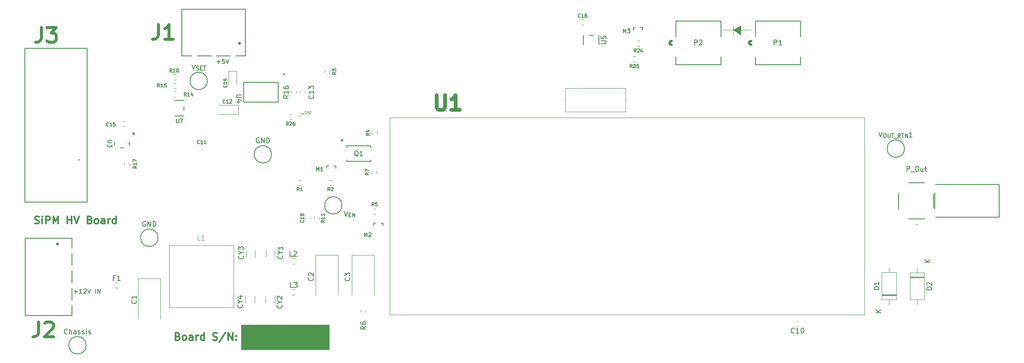
<source format=gbr>
%TF.GenerationSoftware,KiCad,Pcbnew,8.0.6*%
%TF.CreationDate,2025-03-03T14:32:59-05:00*%
%TF.ProjectId,SiPM_Bias_Board,5369504d-5f42-4696-9173-5f426f617264,rev?*%
%TF.SameCoordinates,Original*%
%TF.FileFunction,Legend,Top*%
%TF.FilePolarity,Positive*%
%FSLAX46Y46*%
G04 Gerber Fmt 4.6, Leading zero omitted, Abs format (unit mm)*
G04 Created by KiCad (PCBNEW 8.0.6) date 2025-03-03 14:32:59*
%MOMM*%
%LPD*%
G01*
G04 APERTURE LIST*
%ADD10C,0.100000*%
%ADD11C,0.300000*%
%ADD12C,0.180000*%
%ADD13C,0.150000*%
%ADD14C,0.750000*%
%ADD15C,0.600000*%
%ADD16C,0.120000*%
%ADD17C,0.152400*%
%ADD18C,0.508000*%
%ADD19C,0.200000*%
%ADD20C,0.400000*%
G04 APERTURE END LIST*
D10*
X199911000Y-65013000D02*
X202070000Y-65013000D01*
X110900000Y-82500000D02*
X111920000Y-81790000D01*
X198387000Y-65013000D02*
X196482000Y-65013000D01*
X111890000Y-82140000D02*
X111920000Y-81790000D01*
X199911000Y-66029000D02*
X198387000Y-65013000D01*
X199911000Y-64124000D01*
X199911000Y-66029000D01*
G36*
X199911000Y-66029000D02*
G01*
X198387000Y-65013000D01*
X199911000Y-64124000D01*
X199911000Y-66029000D01*
G37*
X111920000Y-81790000D02*
X111580000Y-81710000D01*
X198387000Y-64124000D02*
X198387000Y-66029000D01*
X111920000Y-81790000D02*
X111750000Y-81750000D01*
D11*
X57937882Y-103971000D02*
X58152168Y-104042428D01*
X58152168Y-104042428D02*
X58509310Y-104042428D01*
X58509310Y-104042428D02*
X58652168Y-103971000D01*
X58652168Y-103971000D02*
X58723596Y-103899571D01*
X58723596Y-103899571D02*
X58795025Y-103756714D01*
X58795025Y-103756714D02*
X58795025Y-103613857D01*
X58795025Y-103613857D02*
X58723596Y-103471000D01*
X58723596Y-103471000D02*
X58652168Y-103399571D01*
X58652168Y-103399571D02*
X58509310Y-103328142D01*
X58509310Y-103328142D02*
X58223596Y-103256714D01*
X58223596Y-103256714D02*
X58080739Y-103185285D01*
X58080739Y-103185285D02*
X58009310Y-103113857D01*
X58009310Y-103113857D02*
X57937882Y-102971000D01*
X57937882Y-102971000D02*
X57937882Y-102828142D01*
X57937882Y-102828142D02*
X58009310Y-102685285D01*
X58009310Y-102685285D02*
X58080739Y-102613857D01*
X58080739Y-102613857D02*
X58223596Y-102542428D01*
X58223596Y-102542428D02*
X58580739Y-102542428D01*
X58580739Y-102542428D02*
X58795025Y-102613857D01*
X59437881Y-104042428D02*
X59437881Y-103042428D01*
X59437881Y-102542428D02*
X59366453Y-102613857D01*
X59366453Y-102613857D02*
X59437881Y-102685285D01*
X59437881Y-102685285D02*
X59509310Y-102613857D01*
X59509310Y-102613857D02*
X59437881Y-102542428D01*
X59437881Y-102542428D02*
X59437881Y-102685285D01*
X60152167Y-104042428D02*
X60152167Y-102542428D01*
X60152167Y-102542428D02*
X60723596Y-102542428D01*
X60723596Y-102542428D02*
X60866453Y-102613857D01*
X60866453Y-102613857D02*
X60937882Y-102685285D01*
X60937882Y-102685285D02*
X61009310Y-102828142D01*
X61009310Y-102828142D02*
X61009310Y-103042428D01*
X61009310Y-103042428D02*
X60937882Y-103185285D01*
X60937882Y-103185285D02*
X60866453Y-103256714D01*
X60866453Y-103256714D02*
X60723596Y-103328142D01*
X60723596Y-103328142D02*
X60152167Y-103328142D01*
X61652167Y-104042428D02*
X61652167Y-102542428D01*
X61652167Y-102542428D02*
X62152167Y-103613857D01*
X62152167Y-103613857D02*
X62652167Y-102542428D01*
X62652167Y-102542428D02*
X62652167Y-104042428D01*
X64509310Y-104042428D02*
X64509310Y-102542428D01*
X64509310Y-103256714D02*
X65366453Y-103256714D01*
X65366453Y-104042428D02*
X65366453Y-102542428D01*
X65866454Y-102542428D02*
X66366454Y-104042428D01*
X66366454Y-104042428D02*
X66866454Y-102542428D01*
X69009310Y-103256714D02*
X69223596Y-103328142D01*
X69223596Y-103328142D02*
X69295025Y-103399571D01*
X69295025Y-103399571D02*
X69366453Y-103542428D01*
X69366453Y-103542428D02*
X69366453Y-103756714D01*
X69366453Y-103756714D02*
X69295025Y-103899571D01*
X69295025Y-103899571D02*
X69223596Y-103971000D01*
X69223596Y-103971000D02*
X69080739Y-104042428D01*
X69080739Y-104042428D02*
X68509310Y-104042428D01*
X68509310Y-104042428D02*
X68509310Y-102542428D01*
X68509310Y-102542428D02*
X69009310Y-102542428D01*
X69009310Y-102542428D02*
X69152168Y-102613857D01*
X69152168Y-102613857D02*
X69223596Y-102685285D01*
X69223596Y-102685285D02*
X69295025Y-102828142D01*
X69295025Y-102828142D02*
X69295025Y-102971000D01*
X69295025Y-102971000D02*
X69223596Y-103113857D01*
X69223596Y-103113857D02*
X69152168Y-103185285D01*
X69152168Y-103185285D02*
X69009310Y-103256714D01*
X69009310Y-103256714D02*
X68509310Y-103256714D01*
X70223596Y-104042428D02*
X70080739Y-103971000D01*
X70080739Y-103971000D02*
X70009310Y-103899571D01*
X70009310Y-103899571D02*
X69937882Y-103756714D01*
X69937882Y-103756714D02*
X69937882Y-103328142D01*
X69937882Y-103328142D02*
X70009310Y-103185285D01*
X70009310Y-103185285D02*
X70080739Y-103113857D01*
X70080739Y-103113857D02*
X70223596Y-103042428D01*
X70223596Y-103042428D02*
X70437882Y-103042428D01*
X70437882Y-103042428D02*
X70580739Y-103113857D01*
X70580739Y-103113857D02*
X70652168Y-103185285D01*
X70652168Y-103185285D02*
X70723596Y-103328142D01*
X70723596Y-103328142D02*
X70723596Y-103756714D01*
X70723596Y-103756714D02*
X70652168Y-103899571D01*
X70652168Y-103899571D02*
X70580739Y-103971000D01*
X70580739Y-103971000D02*
X70437882Y-104042428D01*
X70437882Y-104042428D02*
X70223596Y-104042428D01*
X72009311Y-104042428D02*
X72009311Y-103256714D01*
X72009311Y-103256714D02*
X71937882Y-103113857D01*
X71937882Y-103113857D02*
X71795025Y-103042428D01*
X71795025Y-103042428D02*
X71509311Y-103042428D01*
X71509311Y-103042428D02*
X71366453Y-103113857D01*
X72009311Y-103971000D02*
X71866453Y-104042428D01*
X71866453Y-104042428D02*
X71509311Y-104042428D01*
X71509311Y-104042428D02*
X71366453Y-103971000D01*
X71366453Y-103971000D02*
X71295025Y-103828142D01*
X71295025Y-103828142D02*
X71295025Y-103685285D01*
X71295025Y-103685285D02*
X71366453Y-103542428D01*
X71366453Y-103542428D02*
X71509311Y-103471000D01*
X71509311Y-103471000D02*
X71866453Y-103471000D01*
X71866453Y-103471000D02*
X72009311Y-103399571D01*
X72723596Y-104042428D02*
X72723596Y-103042428D01*
X72723596Y-103328142D02*
X72795025Y-103185285D01*
X72795025Y-103185285D02*
X72866454Y-103113857D01*
X72866454Y-103113857D02*
X73009311Y-103042428D01*
X73009311Y-103042428D02*
X73152168Y-103042428D01*
X74295025Y-104042428D02*
X74295025Y-102542428D01*
X74295025Y-103971000D02*
X74152167Y-104042428D01*
X74152167Y-104042428D02*
X73866453Y-104042428D01*
X73866453Y-104042428D02*
X73723596Y-103971000D01*
X73723596Y-103971000D02*
X73652167Y-103899571D01*
X73652167Y-103899571D02*
X73580739Y-103756714D01*
X73580739Y-103756714D02*
X73580739Y-103328142D01*
X73580739Y-103328142D02*
X73652167Y-103185285D01*
X73652167Y-103185285D02*
X73723596Y-103113857D01*
X73723596Y-103113857D02*
X73866453Y-103042428D01*
X73866453Y-103042428D02*
X74152167Y-103042428D01*
X74152167Y-103042428D02*
X74295025Y-103113857D01*
X86714510Y-126755114D02*
X86928796Y-126826542D01*
X86928796Y-126826542D02*
X87000225Y-126897971D01*
X87000225Y-126897971D02*
X87071653Y-127040828D01*
X87071653Y-127040828D02*
X87071653Y-127255114D01*
X87071653Y-127255114D02*
X87000225Y-127397971D01*
X87000225Y-127397971D02*
X86928796Y-127469400D01*
X86928796Y-127469400D02*
X86785939Y-127540828D01*
X86785939Y-127540828D02*
X86214510Y-127540828D01*
X86214510Y-127540828D02*
X86214510Y-126040828D01*
X86214510Y-126040828D02*
X86714510Y-126040828D01*
X86714510Y-126040828D02*
X86857368Y-126112257D01*
X86857368Y-126112257D02*
X86928796Y-126183685D01*
X86928796Y-126183685D02*
X87000225Y-126326542D01*
X87000225Y-126326542D02*
X87000225Y-126469400D01*
X87000225Y-126469400D02*
X86928796Y-126612257D01*
X86928796Y-126612257D02*
X86857368Y-126683685D01*
X86857368Y-126683685D02*
X86714510Y-126755114D01*
X86714510Y-126755114D02*
X86214510Y-126755114D01*
X87928796Y-127540828D02*
X87785939Y-127469400D01*
X87785939Y-127469400D02*
X87714510Y-127397971D01*
X87714510Y-127397971D02*
X87643082Y-127255114D01*
X87643082Y-127255114D02*
X87643082Y-126826542D01*
X87643082Y-126826542D02*
X87714510Y-126683685D01*
X87714510Y-126683685D02*
X87785939Y-126612257D01*
X87785939Y-126612257D02*
X87928796Y-126540828D01*
X87928796Y-126540828D02*
X88143082Y-126540828D01*
X88143082Y-126540828D02*
X88285939Y-126612257D01*
X88285939Y-126612257D02*
X88357368Y-126683685D01*
X88357368Y-126683685D02*
X88428796Y-126826542D01*
X88428796Y-126826542D02*
X88428796Y-127255114D01*
X88428796Y-127255114D02*
X88357368Y-127397971D01*
X88357368Y-127397971D02*
X88285939Y-127469400D01*
X88285939Y-127469400D02*
X88143082Y-127540828D01*
X88143082Y-127540828D02*
X87928796Y-127540828D01*
X89714511Y-127540828D02*
X89714511Y-126755114D01*
X89714511Y-126755114D02*
X89643082Y-126612257D01*
X89643082Y-126612257D02*
X89500225Y-126540828D01*
X89500225Y-126540828D02*
X89214511Y-126540828D01*
X89214511Y-126540828D02*
X89071653Y-126612257D01*
X89714511Y-127469400D02*
X89571653Y-127540828D01*
X89571653Y-127540828D02*
X89214511Y-127540828D01*
X89214511Y-127540828D02*
X89071653Y-127469400D01*
X89071653Y-127469400D02*
X89000225Y-127326542D01*
X89000225Y-127326542D02*
X89000225Y-127183685D01*
X89000225Y-127183685D02*
X89071653Y-127040828D01*
X89071653Y-127040828D02*
X89214511Y-126969400D01*
X89214511Y-126969400D02*
X89571653Y-126969400D01*
X89571653Y-126969400D02*
X89714511Y-126897971D01*
X90428796Y-127540828D02*
X90428796Y-126540828D01*
X90428796Y-126826542D02*
X90500225Y-126683685D01*
X90500225Y-126683685D02*
X90571654Y-126612257D01*
X90571654Y-126612257D02*
X90714511Y-126540828D01*
X90714511Y-126540828D02*
X90857368Y-126540828D01*
X92000225Y-127540828D02*
X92000225Y-126040828D01*
X92000225Y-127469400D02*
X91857367Y-127540828D01*
X91857367Y-127540828D02*
X91571653Y-127540828D01*
X91571653Y-127540828D02*
X91428796Y-127469400D01*
X91428796Y-127469400D02*
X91357367Y-127397971D01*
X91357367Y-127397971D02*
X91285939Y-127255114D01*
X91285939Y-127255114D02*
X91285939Y-126826542D01*
X91285939Y-126826542D02*
X91357367Y-126683685D01*
X91357367Y-126683685D02*
X91428796Y-126612257D01*
X91428796Y-126612257D02*
X91571653Y-126540828D01*
X91571653Y-126540828D02*
X91857367Y-126540828D01*
X91857367Y-126540828D02*
X92000225Y-126612257D01*
X93785939Y-127469400D02*
X94000225Y-127540828D01*
X94000225Y-127540828D02*
X94357367Y-127540828D01*
X94357367Y-127540828D02*
X94500225Y-127469400D01*
X94500225Y-127469400D02*
X94571653Y-127397971D01*
X94571653Y-127397971D02*
X94643082Y-127255114D01*
X94643082Y-127255114D02*
X94643082Y-127112257D01*
X94643082Y-127112257D02*
X94571653Y-126969400D01*
X94571653Y-126969400D02*
X94500225Y-126897971D01*
X94500225Y-126897971D02*
X94357367Y-126826542D01*
X94357367Y-126826542D02*
X94071653Y-126755114D01*
X94071653Y-126755114D02*
X93928796Y-126683685D01*
X93928796Y-126683685D02*
X93857367Y-126612257D01*
X93857367Y-126612257D02*
X93785939Y-126469400D01*
X93785939Y-126469400D02*
X93785939Y-126326542D01*
X93785939Y-126326542D02*
X93857367Y-126183685D01*
X93857367Y-126183685D02*
X93928796Y-126112257D01*
X93928796Y-126112257D02*
X94071653Y-126040828D01*
X94071653Y-126040828D02*
X94428796Y-126040828D01*
X94428796Y-126040828D02*
X94643082Y-126112257D01*
X96357367Y-125969400D02*
X95071653Y-127897971D01*
X96857367Y-127540828D02*
X96857367Y-126040828D01*
X96857367Y-126040828D02*
X97714510Y-127540828D01*
X97714510Y-127540828D02*
X97714510Y-126040828D01*
X98428796Y-127397971D02*
X98500225Y-127469400D01*
X98500225Y-127469400D02*
X98428796Y-127540828D01*
X98428796Y-127540828D02*
X98357368Y-127469400D01*
X98357368Y-127469400D02*
X98428796Y-127397971D01*
X98428796Y-127397971D02*
X98428796Y-127540828D01*
X98428796Y-126612257D02*
X98500225Y-126683685D01*
X98500225Y-126683685D02*
X98428796Y-126755114D01*
X98428796Y-126755114D02*
X98357368Y-126683685D01*
X98357368Y-126683685D02*
X98428796Y-126612257D01*
X98428796Y-126612257D02*
X98428796Y-126755114D01*
D12*
X94552706Y-71437640D02*
X95238421Y-71437640D01*
X94895563Y-71780497D02*
X94895563Y-71094782D01*
X96095564Y-70880497D02*
X95666992Y-70880497D01*
X95666992Y-70880497D02*
X95624135Y-71309068D01*
X95624135Y-71309068D02*
X95666992Y-71266211D01*
X95666992Y-71266211D02*
X95752707Y-71223354D01*
X95752707Y-71223354D02*
X95966992Y-71223354D01*
X95966992Y-71223354D02*
X96052707Y-71266211D01*
X96052707Y-71266211D02*
X96095564Y-71309068D01*
X96095564Y-71309068D02*
X96138421Y-71394782D01*
X96138421Y-71394782D02*
X96138421Y-71609068D01*
X96138421Y-71609068D02*
X96095564Y-71694782D01*
X96095564Y-71694782D02*
X96052707Y-71737640D01*
X96052707Y-71737640D02*
X95966992Y-71780497D01*
X95966992Y-71780497D02*
X95752707Y-71780497D01*
X95752707Y-71780497D02*
X95666992Y-71737640D01*
X95666992Y-71737640D02*
X95624135Y-71694782D01*
X96395564Y-70880497D02*
X96695564Y-71780497D01*
X96695564Y-71780497D02*
X96995564Y-70880497D01*
D10*
X112218646Y-81921371D02*
X112218646Y-81321371D01*
X112218646Y-81321371D02*
X112361503Y-81321371D01*
X112361503Y-81321371D02*
X112447217Y-81349942D01*
X112447217Y-81349942D02*
X112504360Y-81407085D01*
X112504360Y-81407085D02*
X112532931Y-81464228D01*
X112532931Y-81464228D02*
X112561503Y-81578514D01*
X112561503Y-81578514D02*
X112561503Y-81664228D01*
X112561503Y-81664228D02*
X112532931Y-81778514D01*
X112532931Y-81778514D02*
X112504360Y-81835657D01*
X112504360Y-81835657D02*
X112447217Y-81892800D01*
X112447217Y-81892800D02*
X112361503Y-81921371D01*
X112361503Y-81921371D02*
X112218646Y-81921371D01*
X112818646Y-81921371D02*
X112818646Y-81321371D01*
X112818646Y-81321371D02*
X113161503Y-81921371D01*
X113161503Y-81921371D02*
X113161503Y-81321371D01*
X113447217Y-81921371D02*
X113447217Y-81321371D01*
D12*
X65865714Y-117747640D02*
X66551429Y-117747640D01*
X66208571Y-118090497D02*
X66208571Y-117404782D01*
X67451429Y-118090497D02*
X66937143Y-118090497D01*
X67194286Y-118090497D02*
X67194286Y-117190497D01*
X67194286Y-117190497D02*
X67108572Y-117319068D01*
X67108572Y-117319068D02*
X67022857Y-117404782D01*
X67022857Y-117404782D02*
X66937143Y-117447640D01*
X67794286Y-117276211D02*
X67837143Y-117233354D01*
X67837143Y-117233354D02*
X67922858Y-117190497D01*
X67922858Y-117190497D02*
X68137143Y-117190497D01*
X68137143Y-117190497D02*
X68222858Y-117233354D01*
X68222858Y-117233354D02*
X68265715Y-117276211D01*
X68265715Y-117276211D02*
X68308572Y-117361925D01*
X68308572Y-117361925D02*
X68308572Y-117447640D01*
X68308572Y-117447640D02*
X68265715Y-117576211D01*
X68265715Y-117576211D02*
X67751429Y-118090497D01*
X67751429Y-118090497D02*
X68308572Y-118090497D01*
X68565715Y-117190497D02*
X68865715Y-118090497D01*
X68865715Y-118090497D02*
X69165715Y-117190497D01*
X70151429Y-118090497D02*
X70151429Y-117190497D01*
X70580000Y-118090497D02*
X70580000Y-117190497D01*
X70580000Y-117190497D02*
X71094286Y-118090497D01*
X71094286Y-118090497D02*
X71094286Y-117190497D01*
D13*
X178079999Y-72606033D02*
X177846666Y-72272700D01*
X177679999Y-72606033D02*
X177679999Y-71906033D01*
X177679999Y-71906033D02*
X177946666Y-71906033D01*
X177946666Y-71906033D02*
X178013333Y-71939366D01*
X178013333Y-71939366D02*
X178046666Y-71972700D01*
X178046666Y-71972700D02*
X178079999Y-72039366D01*
X178079999Y-72039366D02*
X178079999Y-72139366D01*
X178079999Y-72139366D02*
X178046666Y-72206033D01*
X178046666Y-72206033D02*
X178013333Y-72239366D01*
X178013333Y-72239366D02*
X177946666Y-72272700D01*
X177946666Y-72272700D02*
X177679999Y-72272700D01*
X178346666Y-71972700D02*
X178379999Y-71939366D01*
X178379999Y-71939366D02*
X178446666Y-71906033D01*
X178446666Y-71906033D02*
X178613333Y-71906033D01*
X178613333Y-71906033D02*
X178679999Y-71939366D01*
X178679999Y-71939366D02*
X178713333Y-71972700D01*
X178713333Y-71972700D02*
X178746666Y-72039366D01*
X178746666Y-72039366D02*
X178746666Y-72106033D01*
X178746666Y-72106033D02*
X178713333Y-72206033D01*
X178713333Y-72206033D02*
X178313333Y-72606033D01*
X178313333Y-72606033D02*
X178746666Y-72606033D01*
X179380000Y-71906033D02*
X179046666Y-71906033D01*
X179046666Y-71906033D02*
X179013333Y-72239366D01*
X179013333Y-72239366D02*
X179046666Y-72206033D01*
X179046666Y-72206033D02*
X179113333Y-72172700D01*
X179113333Y-72172700D02*
X179280000Y-72172700D01*
X179280000Y-72172700D02*
X179346666Y-72206033D01*
X179346666Y-72206033D02*
X179380000Y-72239366D01*
X179380000Y-72239366D02*
X179413333Y-72306033D01*
X179413333Y-72306033D02*
X179413333Y-72472700D01*
X179413333Y-72472700D02*
X179380000Y-72539366D01*
X179380000Y-72539366D02*
X179346666Y-72572700D01*
X179346666Y-72572700D02*
X179280000Y-72606033D01*
X179280000Y-72606033D02*
X179113333Y-72606033D01*
X179113333Y-72606033D02*
X179046666Y-72572700D01*
X179046666Y-72572700D02*
X179013333Y-72539366D01*
X112009366Y-103360000D02*
X112042700Y-103393333D01*
X112042700Y-103393333D02*
X112076033Y-103493333D01*
X112076033Y-103493333D02*
X112076033Y-103560000D01*
X112076033Y-103560000D02*
X112042700Y-103660000D01*
X112042700Y-103660000D02*
X111976033Y-103726667D01*
X111976033Y-103726667D02*
X111909366Y-103760000D01*
X111909366Y-103760000D02*
X111776033Y-103793333D01*
X111776033Y-103793333D02*
X111676033Y-103793333D01*
X111676033Y-103793333D02*
X111542700Y-103760000D01*
X111542700Y-103760000D02*
X111476033Y-103726667D01*
X111476033Y-103726667D02*
X111409366Y-103660000D01*
X111409366Y-103660000D02*
X111376033Y-103560000D01*
X111376033Y-103560000D02*
X111376033Y-103493333D01*
X111376033Y-103493333D02*
X111409366Y-103393333D01*
X111409366Y-103393333D02*
X111442700Y-103360000D01*
X112076033Y-102693333D02*
X112076033Y-103093333D01*
X112076033Y-102893333D02*
X111376033Y-102893333D01*
X111376033Y-102893333D02*
X111476033Y-102960000D01*
X111476033Y-102960000D02*
X111542700Y-103026667D01*
X111542700Y-103026667D02*
X111576033Y-103093333D01*
X111676033Y-102293333D02*
X111642700Y-102360000D01*
X111642700Y-102360000D02*
X111609366Y-102393333D01*
X111609366Y-102393333D02*
X111542700Y-102426666D01*
X111542700Y-102426666D02*
X111509366Y-102426666D01*
X111509366Y-102426666D02*
X111442700Y-102393333D01*
X111442700Y-102393333D02*
X111409366Y-102360000D01*
X111409366Y-102360000D02*
X111376033Y-102293333D01*
X111376033Y-102293333D02*
X111376033Y-102160000D01*
X111376033Y-102160000D02*
X111409366Y-102093333D01*
X111409366Y-102093333D02*
X111442700Y-102060000D01*
X111442700Y-102060000D02*
X111509366Y-102026666D01*
X111509366Y-102026666D02*
X111542700Y-102026666D01*
X111542700Y-102026666D02*
X111609366Y-102060000D01*
X111609366Y-102060000D02*
X111642700Y-102093333D01*
X111642700Y-102093333D02*
X111676033Y-102160000D01*
X111676033Y-102160000D02*
X111676033Y-102293333D01*
X111676033Y-102293333D02*
X111709366Y-102360000D01*
X111709366Y-102360000D02*
X111742700Y-102393333D01*
X111742700Y-102393333D02*
X111809366Y-102426666D01*
X111809366Y-102426666D02*
X111942700Y-102426666D01*
X111942700Y-102426666D02*
X112009366Y-102393333D01*
X112009366Y-102393333D02*
X112042700Y-102360000D01*
X112042700Y-102360000D02*
X112076033Y-102293333D01*
X112076033Y-102293333D02*
X112076033Y-102160000D01*
X112076033Y-102160000D02*
X112042700Y-102093333D01*
X112042700Y-102093333D02*
X112009366Y-102060000D01*
X112009366Y-102060000D02*
X111942700Y-102026666D01*
X111942700Y-102026666D02*
X111809366Y-102026666D01*
X111809366Y-102026666D02*
X111742700Y-102060000D01*
X111742700Y-102060000D02*
X111709366Y-102093333D01*
X111709366Y-102093333D02*
X111676033Y-102160000D01*
X210717142Y-125984580D02*
X210669523Y-126032200D01*
X210669523Y-126032200D02*
X210526666Y-126079819D01*
X210526666Y-126079819D02*
X210431428Y-126079819D01*
X210431428Y-126079819D02*
X210288571Y-126032200D01*
X210288571Y-126032200D02*
X210193333Y-125936961D01*
X210193333Y-125936961D02*
X210145714Y-125841723D01*
X210145714Y-125841723D02*
X210098095Y-125651247D01*
X210098095Y-125651247D02*
X210098095Y-125508390D01*
X210098095Y-125508390D02*
X210145714Y-125317914D01*
X210145714Y-125317914D02*
X210193333Y-125222676D01*
X210193333Y-125222676D02*
X210288571Y-125127438D01*
X210288571Y-125127438D02*
X210431428Y-125079819D01*
X210431428Y-125079819D02*
X210526666Y-125079819D01*
X210526666Y-125079819D02*
X210669523Y-125127438D01*
X210669523Y-125127438D02*
X210717142Y-125175057D01*
X211669523Y-126079819D02*
X211098095Y-126079819D01*
X211383809Y-126079819D02*
X211383809Y-125079819D01*
X211383809Y-125079819D02*
X211288571Y-125222676D01*
X211288571Y-125222676D02*
X211193333Y-125317914D01*
X211193333Y-125317914D02*
X211098095Y-125365533D01*
X212288571Y-125079819D02*
X212383809Y-125079819D01*
X212383809Y-125079819D02*
X212479047Y-125127438D01*
X212479047Y-125127438D02*
X212526666Y-125175057D01*
X212526666Y-125175057D02*
X212574285Y-125270295D01*
X212574285Y-125270295D02*
X212621904Y-125460771D01*
X212621904Y-125460771D02*
X212621904Y-125698866D01*
X212621904Y-125698866D02*
X212574285Y-125889342D01*
X212574285Y-125889342D02*
X212526666Y-125984580D01*
X212526666Y-125984580D02*
X212479047Y-126032200D01*
X212479047Y-126032200D02*
X212383809Y-126079819D01*
X212383809Y-126079819D02*
X212288571Y-126079819D01*
X212288571Y-126079819D02*
X212193333Y-126032200D01*
X212193333Y-126032200D02*
X212145714Y-125984580D01*
X212145714Y-125984580D02*
X212098095Y-125889342D01*
X212098095Y-125889342D02*
X212050476Y-125698866D01*
X212050476Y-125698866D02*
X212050476Y-125460771D01*
X212050476Y-125460771D02*
X212098095Y-125270295D01*
X212098095Y-125270295D02*
X212145714Y-125175057D01*
X212145714Y-125175057D02*
X212193333Y-125127438D01*
X212193333Y-125127438D02*
X212288571Y-125079819D01*
X91069999Y-87849366D02*
X91036666Y-87882700D01*
X91036666Y-87882700D02*
X90936666Y-87916033D01*
X90936666Y-87916033D02*
X90869999Y-87916033D01*
X90869999Y-87916033D02*
X90769999Y-87882700D01*
X90769999Y-87882700D02*
X90703333Y-87816033D01*
X90703333Y-87816033D02*
X90669999Y-87749366D01*
X90669999Y-87749366D02*
X90636666Y-87616033D01*
X90636666Y-87616033D02*
X90636666Y-87516033D01*
X90636666Y-87516033D02*
X90669999Y-87382700D01*
X90669999Y-87382700D02*
X90703333Y-87316033D01*
X90703333Y-87316033D02*
X90769999Y-87249366D01*
X90769999Y-87249366D02*
X90869999Y-87216033D01*
X90869999Y-87216033D02*
X90936666Y-87216033D01*
X90936666Y-87216033D02*
X91036666Y-87249366D01*
X91036666Y-87249366D02*
X91069999Y-87282700D01*
X91736666Y-87916033D02*
X91336666Y-87916033D01*
X91536666Y-87916033D02*
X91536666Y-87216033D01*
X91536666Y-87216033D02*
X91469999Y-87316033D01*
X91469999Y-87316033D02*
X91403333Y-87382700D01*
X91403333Y-87382700D02*
X91336666Y-87416033D01*
X92403333Y-87916033D02*
X92003333Y-87916033D01*
X92203333Y-87916033D02*
X92203333Y-87216033D01*
X92203333Y-87216033D02*
X92136666Y-87316033D01*
X92136666Y-87316033D02*
X92070000Y-87382700D01*
X92070000Y-87382700D02*
X92003333Y-87416033D01*
X124494819Y-124716666D02*
X124018628Y-125049999D01*
X124494819Y-125288094D02*
X123494819Y-125288094D01*
X123494819Y-125288094D02*
X123494819Y-124907142D01*
X123494819Y-124907142D02*
X123542438Y-124811904D01*
X123542438Y-124811904D02*
X123590057Y-124764285D01*
X123590057Y-124764285D02*
X123685295Y-124716666D01*
X123685295Y-124716666D02*
X123828152Y-124716666D01*
X123828152Y-124716666D02*
X123923390Y-124764285D01*
X123923390Y-124764285D02*
X123971009Y-124811904D01*
X123971009Y-124811904D02*
X124018628Y-124907142D01*
X124018628Y-124907142D02*
X124018628Y-125288094D01*
X123494819Y-123859523D02*
X123494819Y-124049999D01*
X123494819Y-124049999D02*
X123542438Y-124145237D01*
X123542438Y-124145237D02*
X123590057Y-124192856D01*
X123590057Y-124192856D02*
X123732914Y-124288094D01*
X123732914Y-124288094D02*
X123923390Y-124335713D01*
X123923390Y-124335713D02*
X124304342Y-124335713D01*
X124304342Y-124335713D02*
X124399580Y-124288094D01*
X124399580Y-124288094D02*
X124447200Y-124240475D01*
X124447200Y-124240475D02*
X124494819Y-124145237D01*
X124494819Y-124145237D02*
X124494819Y-123954761D01*
X124494819Y-123954761D02*
X124447200Y-123859523D01*
X124447200Y-123859523D02*
X124399580Y-123811904D01*
X124399580Y-123811904D02*
X124304342Y-123764285D01*
X124304342Y-123764285D02*
X124066247Y-123764285D01*
X124066247Y-123764285D02*
X123971009Y-123811904D01*
X123971009Y-123811904D02*
X123923390Y-123859523D01*
X123923390Y-123859523D02*
X123875771Y-123954761D01*
X123875771Y-123954761D02*
X123875771Y-124145237D01*
X123875771Y-124145237D02*
X123923390Y-124240475D01*
X123923390Y-124240475D02*
X123971009Y-124288094D01*
X123971009Y-124288094D02*
X124066247Y-124335713D01*
X111116533Y-97409233D02*
X110883200Y-97075900D01*
X110716533Y-97409233D02*
X110716533Y-96709233D01*
X110716533Y-96709233D02*
X110983200Y-96709233D01*
X110983200Y-96709233D02*
X111049867Y-96742566D01*
X111049867Y-96742566D02*
X111083200Y-96775900D01*
X111083200Y-96775900D02*
X111116533Y-96842566D01*
X111116533Y-96842566D02*
X111116533Y-96942566D01*
X111116533Y-96942566D02*
X111083200Y-97009233D01*
X111083200Y-97009233D02*
X111049867Y-97042566D01*
X111049867Y-97042566D02*
X110983200Y-97075900D01*
X110983200Y-97075900D02*
X110716533Y-97075900D01*
X111783200Y-97409233D02*
X111383200Y-97409233D01*
X111583200Y-97409233D02*
X111583200Y-96709233D01*
X111583200Y-96709233D02*
X111516533Y-96809233D01*
X111516533Y-96809233D02*
X111449867Y-96875900D01*
X111449867Y-96875900D02*
X111383200Y-96909233D01*
X78299580Y-119496666D02*
X78347200Y-119544285D01*
X78347200Y-119544285D02*
X78394819Y-119687142D01*
X78394819Y-119687142D02*
X78394819Y-119782380D01*
X78394819Y-119782380D02*
X78347200Y-119925237D01*
X78347200Y-119925237D02*
X78251961Y-120020475D01*
X78251961Y-120020475D02*
X78156723Y-120068094D01*
X78156723Y-120068094D02*
X77966247Y-120115713D01*
X77966247Y-120115713D02*
X77823390Y-120115713D01*
X77823390Y-120115713D02*
X77632914Y-120068094D01*
X77632914Y-120068094D02*
X77537676Y-120020475D01*
X77537676Y-120020475D02*
X77442438Y-119925237D01*
X77442438Y-119925237D02*
X77394819Y-119782380D01*
X77394819Y-119782380D02*
X77394819Y-119687142D01*
X77394819Y-119687142D02*
X77442438Y-119544285D01*
X77442438Y-119544285D02*
X77490057Y-119496666D01*
X78394819Y-118544285D02*
X78394819Y-119115713D01*
X78394819Y-118829999D02*
X77394819Y-118829999D01*
X77394819Y-118829999D02*
X77537676Y-118925237D01*
X77537676Y-118925237D02*
X77632914Y-119020475D01*
X77632914Y-119020475D02*
X77680533Y-119115713D01*
X227759819Y-117313094D02*
X226759819Y-117313094D01*
X226759819Y-117313094D02*
X226759819Y-117074999D01*
X226759819Y-117074999D02*
X226807438Y-116932142D01*
X226807438Y-116932142D02*
X226902676Y-116836904D01*
X226902676Y-116836904D02*
X226997914Y-116789285D01*
X226997914Y-116789285D02*
X227188390Y-116741666D01*
X227188390Y-116741666D02*
X227331247Y-116741666D01*
X227331247Y-116741666D02*
X227521723Y-116789285D01*
X227521723Y-116789285D02*
X227616961Y-116836904D01*
X227616961Y-116836904D02*
X227712200Y-116932142D01*
X227712200Y-116932142D02*
X227759819Y-117074999D01*
X227759819Y-117074999D02*
X227759819Y-117313094D01*
X227759819Y-115789285D02*
X227759819Y-116360713D01*
X227759819Y-116074999D02*
X226759819Y-116074999D01*
X226759819Y-116074999D02*
X226902676Y-116170237D01*
X226902676Y-116170237D02*
X226997914Y-116265475D01*
X226997914Y-116265475D02*
X227045533Y-116360713D01*
X228129819Y-121916904D02*
X227129819Y-121916904D01*
X228129819Y-121345476D02*
X227558390Y-121774047D01*
X227129819Y-121345476D02*
X227701247Y-121916904D01*
X125116033Y-93776666D02*
X124782700Y-94009999D01*
X125116033Y-94176666D02*
X124416033Y-94176666D01*
X124416033Y-94176666D02*
X124416033Y-93909999D01*
X124416033Y-93909999D02*
X124449366Y-93843333D01*
X124449366Y-93843333D02*
X124482700Y-93809999D01*
X124482700Y-93809999D02*
X124549366Y-93776666D01*
X124549366Y-93776666D02*
X124649366Y-93776666D01*
X124649366Y-93776666D02*
X124716033Y-93809999D01*
X124716033Y-93809999D02*
X124749366Y-93843333D01*
X124749366Y-93843333D02*
X124782700Y-93909999D01*
X124782700Y-93909999D02*
X124782700Y-94176666D01*
X124416033Y-93543333D02*
X124416033Y-93076666D01*
X124416033Y-93076666D02*
X125116033Y-93376666D01*
X103058095Y-86812438D02*
X102962857Y-86764819D01*
X102962857Y-86764819D02*
X102820000Y-86764819D01*
X102820000Y-86764819D02*
X102677143Y-86812438D01*
X102677143Y-86812438D02*
X102581905Y-86907676D01*
X102581905Y-86907676D02*
X102534286Y-87002914D01*
X102534286Y-87002914D02*
X102486667Y-87193390D01*
X102486667Y-87193390D02*
X102486667Y-87336247D01*
X102486667Y-87336247D02*
X102534286Y-87526723D01*
X102534286Y-87526723D02*
X102581905Y-87621961D01*
X102581905Y-87621961D02*
X102677143Y-87717200D01*
X102677143Y-87717200D02*
X102820000Y-87764819D01*
X102820000Y-87764819D02*
X102915238Y-87764819D01*
X102915238Y-87764819D02*
X103058095Y-87717200D01*
X103058095Y-87717200D02*
X103105714Y-87669580D01*
X103105714Y-87669580D02*
X103105714Y-87336247D01*
X103105714Y-87336247D02*
X102915238Y-87336247D01*
X103534286Y-87764819D02*
X103534286Y-86764819D01*
X103534286Y-86764819D02*
X104105714Y-87764819D01*
X104105714Y-87764819D02*
X104105714Y-86764819D01*
X104581905Y-87764819D02*
X104581905Y-86764819D01*
X104581905Y-86764819D02*
X104820000Y-86764819D01*
X104820000Y-86764819D02*
X104962857Y-86812438D01*
X104962857Y-86812438D02*
X105058095Y-86907676D01*
X105058095Y-86907676D02*
X105105714Y-87002914D01*
X105105714Y-87002914D02*
X105153333Y-87193390D01*
X105153333Y-87193390D02*
X105153333Y-87336247D01*
X105153333Y-87336247D02*
X105105714Y-87526723D01*
X105105714Y-87526723D02*
X105058095Y-87621961D01*
X105058095Y-87621961D02*
X104962857Y-87717200D01*
X104962857Y-87717200D02*
X104820000Y-87764819D01*
X104820000Y-87764819D02*
X104581905Y-87764819D01*
X167674999Y-62399366D02*
X167641666Y-62432700D01*
X167641666Y-62432700D02*
X167541666Y-62466033D01*
X167541666Y-62466033D02*
X167474999Y-62466033D01*
X167474999Y-62466033D02*
X167374999Y-62432700D01*
X167374999Y-62432700D02*
X167308333Y-62366033D01*
X167308333Y-62366033D02*
X167274999Y-62299366D01*
X167274999Y-62299366D02*
X167241666Y-62166033D01*
X167241666Y-62166033D02*
X167241666Y-62066033D01*
X167241666Y-62066033D02*
X167274999Y-61932700D01*
X167274999Y-61932700D02*
X167308333Y-61866033D01*
X167308333Y-61866033D02*
X167374999Y-61799366D01*
X167374999Y-61799366D02*
X167474999Y-61766033D01*
X167474999Y-61766033D02*
X167541666Y-61766033D01*
X167541666Y-61766033D02*
X167641666Y-61799366D01*
X167641666Y-61799366D02*
X167674999Y-61832700D01*
X168341666Y-62466033D02*
X167941666Y-62466033D01*
X168141666Y-62466033D02*
X168141666Y-61766033D01*
X168141666Y-61766033D02*
X168074999Y-61866033D01*
X168074999Y-61866033D02*
X168008333Y-61932700D01*
X168008333Y-61932700D02*
X167941666Y-61966033D01*
X168941666Y-61766033D02*
X168808333Y-61766033D01*
X168808333Y-61766033D02*
X168741666Y-61799366D01*
X168741666Y-61799366D02*
X168708333Y-61832700D01*
X168708333Y-61832700D02*
X168641666Y-61932700D01*
X168641666Y-61932700D02*
X168608333Y-62066033D01*
X168608333Y-62066033D02*
X168608333Y-62332700D01*
X168608333Y-62332700D02*
X168641666Y-62399366D01*
X168641666Y-62399366D02*
X168675000Y-62432700D01*
X168675000Y-62432700D02*
X168741666Y-62466033D01*
X168741666Y-62466033D02*
X168875000Y-62466033D01*
X168875000Y-62466033D02*
X168941666Y-62432700D01*
X168941666Y-62432700D02*
X168975000Y-62399366D01*
X168975000Y-62399366D02*
X169008333Y-62332700D01*
X169008333Y-62332700D02*
X169008333Y-62166033D01*
X169008333Y-62166033D02*
X168975000Y-62099366D01*
X168975000Y-62099366D02*
X168941666Y-62066033D01*
X168941666Y-62066033D02*
X168875000Y-62032700D01*
X168875000Y-62032700D02*
X168741666Y-62032700D01*
X168741666Y-62032700D02*
X168675000Y-62066033D01*
X168675000Y-62066033D02*
X168641666Y-62099366D01*
X168641666Y-62099366D02*
X168608333Y-62166033D01*
X89529047Y-71974819D02*
X89862380Y-72974819D01*
X89862380Y-72974819D02*
X90195713Y-71974819D01*
X90443332Y-73047200D02*
X90557618Y-73085295D01*
X90557618Y-73085295D02*
X90748094Y-73085295D01*
X90748094Y-73085295D02*
X90824285Y-73047200D01*
X90824285Y-73047200D02*
X90862380Y-73009104D01*
X90862380Y-73009104D02*
X90900475Y-72932914D01*
X90900475Y-72932914D02*
X90900475Y-72856723D01*
X90900475Y-72856723D02*
X90862380Y-72780533D01*
X90862380Y-72780533D02*
X90824285Y-72742438D01*
X90824285Y-72742438D02*
X90748094Y-72704342D01*
X90748094Y-72704342D02*
X90595713Y-72666247D01*
X90595713Y-72666247D02*
X90519523Y-72628152D01*
X90519523Y-72628152D02*
X90481428Y-72590057D01*
X90481428Y-72590057D02*
X90443332Y-72513866D01*
X90443332Y-72513866D02*
X90443332Y-72437676D01*
X90443332Y-72437676D02*
X90481428Y-72361485D01*
X90481428Y-72361485D02*
X90519523Y-72323390D01*
X90519523Y-72323390D02*
X90595713Y-72285295D01*
X90595713Y-72285295D02*
X90786190Y-72285295D01*
X90786190Y-72285295D02*
X90900475Y-72323390D01*
X91243333Y-72666247D02*
X91509999Y-72666247D01*
X91624285Y-73085295D02*
X91243333Y-73085295D01*
X91243333Y-73085295D02*
X91243333Y-72285295D01*
X91243333Y-72285295D02*
X91624285Y-72285295D01*
X91852857Y-72285295D02*
X92310000Y-72285295D01*
X92081428Y-73085295D02*
X92081428Y-72285295D01*
X121229580Y-114926666D02*
X121277200Y-114974285D01*
X121277200Y-114974285D02*
X121324819Y-115117142D01*
X121324819Y-115117142D02*
X121324819Y-115212380D01*
X121324819Y-115212380D02*
X121277200Y-115355237D01*
X121277200Y-115355237D02*
X121181961Y-115450475D01*
X121181961Y-115450475D02*
X121086723Y-115498094D01*
X121086723Y-115498094D02*
X120896247Y-115545713D01*
X120896247Y-115545713D02*
X120753390Y-115545713D01*
X120753390Y-115545713D02*
X120562914Y-115498094D01*
X120562914Y-115498094D02*
X120467676Y-115450475D01*
X120467676Y-115450475D02*
X120372438Y-115355237D01*
X120372438Y-115355237D02*
X120324819Y-115212380D01*
X120324819Y-115212380D02*
X120324819Y-115117142D01*
X120324819Y-115117142D02*
X120372438Y-114974285D01*
X120372438Y-114974285D02*
X120420057Y-114926666D01*
X120324819Y-114593332D02*
X120324819Y-113974285D01*
X120324819Y-113974285D02*
X120705771Y-114307618D01*
X120705771Y-114307618D02*
X120705771Y-114164761D01*
X120705771Y-114164761D02*
X120753390Y-114069523D01*
X120753390Y-114069523D02*
X120801009Y-114021904D01*
X120801009Y-114021904D02*
X120896247Y-113974285D01*
X120896247Y-113974285D02*
X121134342Y-113974285D01*
X121134342Y-113974285D02*
X121229580Y-114021904D01*
X121229580Y-114021904D02*
X121277200Y-114069523D01*
X121277200Y-114069523D02*
X121324819Y-114164761D01*
X121324819Y-114164761D02*
X121324819Y-114450475D01*
X121324819Y-114450475D02*
X121277200Y-114545713D01*
X121277200Y-114545713D02*
X121229580Y-114593332D01*
X233405238Y-93474819D02*
X233405238Y-92474819D01*
X233405238Y-92474819D02*
X233786190Y-92474819D01*
X233786190Y-92474819D02*
X233881428Y-92522438D01*
X233881428Y-92522438D02*
X233929047Y-92570057D01*
X233929047Y-92570057D02*
X233976666Y-92665295D01*
X233976666Y-92665295D02*
X233976666Y-92808152D01*
X233976666Y-92808152D02*
X233929047Y-92903390D01*
X233929047Y-92903390D02*
X233881428Y-92951009D01*
X233881428Y-92951009D02*
X233786190Y-92998628D01*
X233786190Y-92998628D02*
X233405238Y-92998628D01*
X234167143Y-93570057D02*
X234929047Y-93570057D01*
X235357619Y-92474819D02*
X235548095Y-92474819D01*
X235548095Y-92474819D02*
X235643333Y-92522438D01*
X235643333Y-92522438D02*
X235738571Y-92617676D01*
X235738571Y-92617676D02*
X235786190Y-92808152D01*
X235786190Y-92808152D02*
X235786190Y-93141485D01*
X235786190Y-93141485D02*
X235738571Y-93331961D01*
X235738571Y-93331961D02*
X235643333Y-93427200D01*
X235643333Y-93427200D02*
X235548095Y-93474819D01*
X235548095Y-93474819D02*
X235357619Y-93474819D01*
X235357619Y-93474819D02*
X235262381Y-93427200D01*
X235262381Y-93427200D02*
X235167143Y-93331961D01*
X235167143Y-93331961D02*
X235119524Y-93141485D01*
X235119524Y-93141485D02*
X235119524Y-92808152D01*
X235119524Y-92808152D02*
X235167143Y-92617676D01*
X235167143Y-92617676D02*
X235262381Y-92522438D01*
X235262381Y-92522438D02*
X235357619Y-92474819D01*
X236643333Y-92808152D02*
X236643333Y-93474819D01*
X236214762Y-92808152D02*
X236214762Y-93331961D01*
X236214762Y-93331961D02*
X236262381Y-93427200D01*
X236262381Y-93427200D02*
X236357619Y-93474819D01*
X236357619Y-93474819D02*
X236500476Y-93474819D01*
X236500476Y-93474819D02*
X236595714Y-93427200D01*
X236595714Y-93427200D02*
X236643333Y-93379580D01*
X236976667Y-92808152D02*
X237357619Y-92808152D01*
X237119524Y-92474819D02*
X237119524Y-93331961D01*
X237119524Y-93331961D02*
X237167143Y-93427200D01*
X237167143Y-93427200D02*
X237262381Y-93474819D01*
X237262381Y-93474819D02*
X237357619Y-93474819D01*
X118491033Y-73511666D02*
X118157700Y-73744999D01*
X118491033Y-73911666D02*
X117791033Y-73911666D01*
X117791033Y-73911666D02*
X117791033Y-73644999D01*
X117791033Y-73644999D02*
X117824366Y-73578333D01*
X117824366Y-73578333D02*
X117857700Y-73544999D01*
X117857700Y-73544999D02*
X117924366Y-73511666D01*
X117924366Y-73511666D02*
X118024366Y-73511666D01*
X118024366Y-73511666D02*
X118091033Y-73544999D01*
X118091033Y-73544999D02*
X118124366Y-73578333D01*
X118124366Y-73578333D02*
X118157700Y-73644999D01*
X118157700Y-73644999D02*
X118157700Y-73911666D01*
X117791033Y-73278333D02*
X117791033Y-72844999D01*
X117791033Y-72844999D02*
X118057700Y-73078333D01*
X118057700Y-73078333D02*
X118057700Y-72978333D01*
X118057700Y-72978333D02*
X118091033Y-72911666D01*
X118091033Y-72911666D02*
X118124366Y-72878333D01*
X118124366Y-72878333D02*
X118191033Y-72844999D01*
X118191033Y-72844999D02*
X118357700Y-72844999D01*
X118357700Y-72844999D02*
X118424366Y-72878333D01*
X118424366Y-72878333D02*
X118457700Y-72911666D01*
X118457700Y-72911666D02*
X118491033Y-72978333D01*
X118491033Y-72978333D02*
X118491033Y-73178333D01*
X118491033Y-73178333D02*
X118457700Y-73244999D01*
X118457700Y-73244999D02*
X118424366Y-73278333D01*
X107579580Y-120445238D02*
X107627200Y-120492857D01*
X107627200Y-120492857D02*
X107674819Y-120635714D01*
X107674819Y-120635714D02*
X107674819Y-120730952D01*
X107674819Y-120730952D02*
X107627200Y-120873809D01*
X107627200Y-120873809D02*
X107531961Y-120969047D01*
X107531961Y-120969047D02*
X107436723Y-121016666D01*
X107436723Y-121016666D02*
X107246247Y-121064285D01*
X107246247Y-121064285D02*
X107103390Y-121064285D01*
X107103390Y-121064285D02*
X106912914Y-121016666D01*
X106912914Y-121016666D02*
X106817676Y-120969047D01*
X106817676Y-120969047D02*
X106722438Y-120873809D01*
X106722438Y-120873809D02*
X106674819Y-120730952D01*
X106674819Y-120730952D02*
X106674819Y-120635714D01*
X106674819Y-120635714D02*
X106722438Y-120492857D01*
X106722438Y-120492857D02*
X106770057Y-120445238D01*
X107198628Y-119826190D02*
X107674819Y-119826190D01*
X106674819Y-120159523D02*
X107198628Y-119826190D01*
X107198628Y-119826190D02*
X106674819Y-119492857D01*
X106770057Y-119207142D02*
X106722438Y-119159523D01*
X106722438Y-119159523D02*
X106674819Y-119064285D01*
X106674819Y-119064285D02*
X106674819Y-118826190D01*
X106674819Y-118826190D02*
X106722438Y-118730952D01*
X106722438Y-118730952D02*
X106770057Y-118683333D01*
X106770057Y-118683333D02*
X106865295Y-118635714D01*
X106865295Y-118635714D02*
X106960533Y-118635714D01*
X106960533Y-118635714D02*
X107103390Y-118683333D01*
X107103390Y-118683333D02*
X107674819Y-119254761D01*
X107674819Y-119254761D02*
X107674819Y-118635714D01*
X227759048Y-85604819D02*
X228092381Y-86604819D01*
X228092381Y-86604819D02*
X228425714Y-85604819D01*
X228863810Y-85915295D02*
X229016191Y-85915295D01*
X229016191Y-85915295D02*
X229092381Y-85953390D01*
X229092381Y-85953390D02*
X229168572Y-86029580D01*
X229168572Y-86029580D02*
X229206667Y-86181961D01*
X229206667Y-86181961D02*
X229206667Y-86448628D01*
X229206667Y-86448628D02*
X229168572Y-86601009D01*
X229168572Y-86601009D02*
X229092381Y-86677200D01*
X229092381Y-86677200D02*
X229016191Y-86715295D01*
X229016191Y-86715295D02*
X228863810Y-86715295D01*
X228863810Y-86715295D02*
X228787619Y-86677200D01*
X228787619Y-86677200D02*
X228711429Y-86601009D01*
X228711429Y-86601009D02*
X228673333Y-86448628D01*
X228673333Y-86448628D02*
X228673333Y-86181961D01*
X228673333Y-86181961D02*
X228711429Y-86029580D01*
X228711429Y-86029580D02*
X228787619Y-85953390D01*
X228787619Y-85953390D02*
X228863810Y-85915295D01*
X229549524Y-85915295D02*
X229549524Y-86562914D01*
X229549524Y-86562914D02*
X229587619Y-86639104D01*
X229587619Y-86639104D02*
X229625714Y-86677200D01*
X229625714Y-86677200D02*
X229701905Y-86715295D01*
X229701905Y-86715295D02*
X229854286Y-86715295D01*
X229854286Y-86715295D02*
X229930476Y-86677200D01*
X229930476Y-86677200D02*
X229968571Y-86639104D01*
X229968571Y-86639104D02*
X230006667Y-86562914D01*
X230006667Y-86562914D02*
X230006667Y-85915295D01*
X230273333Y-85915295D02*
X230730476Y-85915295D01*
X230501904Y-86715295D02*
X230501904Y-85915295D01*
X230806667Y-86791485D02*
X231416190Y-86791485D01*
X232063810Y-86715295D02*
X231797143Y-86334342D01*
X231606667Y-86715295D02*
X231606667Y-85915295D01*
X231606667Y-85915295D02*
X231911429Y-85915295D01*
X231911429Y-85915295D02*
X231987619Y-85953390D01*
X231987619Y-85953390D02*
X232025714Y-85991485D01*
X232025714Y-85991485D02*
X232063810Y-86067676D01*
X232063810Y-86067676D02*
X232063810Y-86181961D01*
X232063810Y-86181961D02*
X232025714Y-86258152D01*
X232025714Y-86258152D02*
X231987619Y-86296247D01*
X231987619Y-86296247D02*
X231911429Y-86334342D01*
X231911429Y-86334342D02*
X231606667Y-86334342D01*
X232292381Y-85915295D02*
X232749524Y-85915295D01*
X232520952Y-86715295D02*
X232520952Y-85915295D01*
X233016191Y-86715295D02*
X233016191Y-85915295D01*
X233016191Y-85915295D02*
X233473334Y-86715295D01*
X233473334Y-86715295D02*
X233473334Y-85915295D01*
X234425714Y-86604819D02*
X233854286Y-86604819D01*
X234140000Y-86604819D02*
X234140000Y-85604819D01*
X234140000Y-85604819D02*
X234044762Y-85747676D01*
X234044762Y-85747676D02*
X233949524Y-85842914D01*
X233949524Y-85842914D02*
X233854286Y-85890533D01*
X96499366Y-76130000D02*
X96532700Y-76163333D01*
X96532700Y-76163333D02*
X96566033Y-76263333D01*
X96566033Y-76263333D02*
X96566033Y-76330000D01*
X96566033Y-76330000D02*
X96532700Y-76430000D01*
X96532700Y-76430000D02*
X96466033Y-76496667D01*
X96466033Y-76496667D02*
X96399366Y-76530000D01*
X96399366Y-76530000D02*
X96266033Y-76563333D01*
X96266033Y-76563333D02*
X96166033Y-76563333D01*
X96166033Y-76563333D02*
X96032700Y-76530000D01*
X96032700Y-76530000D02*
X95966033Y-76496667D01*
X95966033Y-76496667D02*
X95899366Y-76430000D01*
X95899366Y-76430000D02*
X95866033Y-76330000D01*
X95866033Y-76330000D02*
X95866033Y-76263333D01*
X95866033Y-76263333D02*
X95899366Y-76163333D01*
X95899366Y-76163333D02*
X95932700Y-76130000D01*
X96566033Y-75463333D02*
X96566033Y-75863333D01*
X96566033Y-75663333D02*
X95866033Y-75663333D01*
X95866033Y-75663333D02*
X95966033Y-75730000D01*
X95966033Y-75730000D02*
X96032700Y-75796667D01*
X96032700Y-75796667D02*
X96066033Y-75863333D01*
X96099366Y-74863333D02*
X96566033Y-74863333D01*
X95832700Y-75030000D02*
X96332700Y-75196666D01*
X96332700Y-75196666D02*
X96332700Y-74763333D01*
X126143333Y-100456033D02*
X125910000Y-100122700D01*
X125743333Y-100456033D02*
X125743333Y-99756033D01*
X125743333Y-99756033D02*
X126010000Y-99756033D01*
X126010000Y-99756033D02*
X126076667Y-99789366D01*
X126076667Y-99789366D02*
X126110000Y-99822700D01*
X126110000Y-99822700D02*
X126143333Y-99889366D01*
X126143333Y-99889366D02*
X126143333Y-99989366D01*
X126143333Y-99989366D02*
X126110000Y-100056033D01*
X126110000Y-100056033D02*
X126076667Y-100089366D01*
X126076667Y-100089366D02*
X126010000Y-100122700D01*
X126010000Y-100122700D02*
X125743333Y-100122700D01*
X126776667Y-99756033D02*
X126443333Y-99756033D01*
X126443333Y-99756033D02*
X126410000Y-100089366D01*
X126410000Y-100089366D02*
X126443333Y-100056033D01*
X126443333Y-100056033D02*
X126510000Y-100022700D01*
X126510000Y-100022700D02*
X126676667Y-100022700D01*
X126676667Y-100022700D02*
X126743333Y-100056033D01*
X126743333Y-100056033D02*
X126776667Y-100089366D01*
X126776667Y-100089366D02*
X126810000Y-100156033D01*
X126810000Y-100156033D02*
X126810000Y-100322700D01*
X126810000Y-100322700D02*
X126776667Y-100389366D01*
X126776667Y-100389366D02*
X126743333Y-100422700D01*
X126743333Y-100422700D02*
X126676667Y-100456033D01*
X126676667Y-100456033D02*
X126510000Y-100456033D01*
X126510000Y-100456033D02*
X126443333Y-100422700D01*
X126443333Y-100422700D02*
X126410000Y-100389366D01*
X99535580Y-78064945D02*
X98726057Y-78064945D01*
X98726057Y-78064945D02*
X98630819Y-78112564D01*
X98630819Y-78112564D02*
X98583200Y-78160183D01*
X98583200Y-78160183D02*
X98535580Y-78255421D01*
X98535580Y-78255421D02*
X98535580Y-78445897D01*
X98535580Y-78445897D02*
X98583200Y-78541135D01*
X98583200Y-78541135D02*
X98630819Y-78588754D01*
X98630819Y-78588754D02*
X98726057Y-78636373D01*
X98726057Y-78636373D02*
X99535580Y-78636373D01*
X99202247Y-79541135D02*
X98535580Y-79541135D01*
X99583200Y-79303040D02*
X98868914Y-79064945D01*
X98868914Y-79064945D02*
X98868914Y-79683992D01*
X190671905Y-68034819D02*
X190671905Y-67034819D01*
X190671905Y-67034819D02*
X191052857Y-67034819D01*
X191052857Y-67034819D02*
X191148095Y-67082438D01*
X191148095Y-67082438D02*
X191195714Y-67130057D01*
X191195714Y-67130057D02*
X191243333Y-67225295D01*
X191243333Y-67225295D02*
X191243333Y-67368152D01*
X191243333Y-67368152D02*
X191195714Y-67463390D01*
X191195714Y-67463390D02*
X191148095Y-67511009D01*
X191148095Y-67511009D02*
X191052857Y-67558628D01*
X191052857Y-67558628D02*
X190671905Y-67558628D01*
X191624286Y-67130057D02*
X191671905Y-67082438D01*
X191671905Y-67082438D02*
X191767143Y-67034819D01*
X191767143Y-67034819D02*
X192005238Y-67034819D01*
X192005238Y-67034819D02*
X192100476Y-67082438D01*
X192100476Y-67082438D02*
X192148095Y-67130057D01*
X192148095Y-67130057D02*
X192195714Y-67225295D01*
X192195714Y-67225295D02*
X192195714Y-67320533D01*
X192195714Y-67320533D02*
X192148095Y-67463390D01*
X192148095Y-67463390D02*
X191576667Y-68034819D01*
X191576667Y-68034819D02*
X192195714Y-68034819D01*
D14*
X138714285Y-78093857D02*
X138714285Y-80522428D01*
X138714285Y-80522428D02*
X138857142Y-80808142D01*
X138857142Y-80808142D02*
X139000000Y-80951000D01*
X139000000Y-80951000D02*
X139285714Y-81093857D01*
X139285714Y-81093857D02*
X139857142Y-81093857D01*
X139857142Y-81093857D02*
X140142857Y-80951000D01*
X140142857Y-80951000D02*
X140285714Y-80808142D01*
X140285714Y-80808142D02*
X140428571Y-80522428D01*
X140428571Y-80522428D02*
X140428571Y-78093857D01*
X143428571Y-81093857D02*
X141714285Y-81093857D01*
X142571428Y-81093857D02*
X142571428Y-78093857D01*
X142571428Y-78093857D02*
X142285714Y-78522428D01*
X142285714Y-78522428D02*
X141999999Y-78808142D01*
X141999999Y-78808142D02*
X141714285Y-78951000D01*
D13*
X83039999Y-76526033D02*
X82806666Y-76192700D01*
X82639999Y-76526033D02*
X82639999Y-75826033D01*
X82639999Y-75826033D02*
X82906666Y-75826033D01*
X82906666Y-75826033D02*
X82973333Y-75859366D01*
X82973333Y-75859366D02*
X83006666Y-75892700D01*
X83006666Y-75892700D02*
X83039999Y-75959366D01*
X83039999Y-75959366D02*
X83039999Y-76059366D01*
X83039999Y-76059366D02*
X83006666Y-76126033D01*
X83006666Y-76126033D02*
X82973333Y-76159366D01*
X82973333Y-76159366D02*
X82906666Y-76192700D01*
X82906666Y-76192700D02*
X82639999Y-76192700D01*
X83706666Y-76526033D02*
X83306666Y-76526033D01*
X83506666Y-76526033D02*
X83506666Y-75826033D01*
X83506666Y-75826033D02*
X83439999Y-75926033D01*
X83439999Y-75926033D02*
X83373333Y-75992700D01*
X83373333Y-75992700D02*
X83306666Y-76026033D01*
X84340000Y-75826033D02*
X84006666Y-75826033D01*
X84006666Y-75826033D02*
X83973333Y-76159366D01*
X83973333Y-76159366D02*
X84006666Y-76126033D01*
X84006666Y-76126033D02*
X84073333Y-76092700D01*
X84073333Y-76092700D02*
X84240000Y-76092700D01*
X84240000Y-76092700D02*
X84306666Y-76126033D01*
X84306666Y-76126033D02*
X84340000Y-76159366D01*
X84340000Y-76159366D02*
X84373333Y-76226033D01*
X84373333Y-76226033D02*
X84373333Y-76392700D01*
X84373333Y-76392700D02*
X84340000Y-76459366D01*
X84340000Y-76459366D02*
X84306666Y-76492700D01*
X84306666Y-76492700D02*
X84240000Y-76526033D01*
X84240000Y-76526033D02*
X84073333Y-76526033D01*
X84073333Y-76526033D02*
X84006666Y-76492700D01*
X84006666Y-76492700D02*
X83973333Y-76459366D01*
X96209999Y-79689366D02*
X96176666Y-79722700D01*
X96176666Y-79722700D02*
X96076666Y-79756033D01*
X96076666Y-79756033D02*
X96009999Y-79756033D01*
X96009999Y-79756033D02*
X95909999Y-79722700D01*
X95909999Y-79722700D02*
X95843333Y-79656033D01*
X95843333Y-79656033D02*
X95809999Y-79589366D01*
X95809999Y-79589366D02*
X95776666Y-79456033D01*
X95776666Y-79456033D02*
X95776666Y-79356033D01*
X95776666Y-79356033D02*
X95809999Y-79222700D01*
X95809999Y-79222700D02*
X95843333Y-79156033D01*
X95843333Y-79156033D02*
X95909999Y-79089366D01*
X95909999Y-79089366D02*
X96009999Y-79056033D01*
X96009999Y-79056033D02*
X96076666Y-79056033D01*
X96076666Y-79056033D02*
X96176666Y-79089366D01*
X96176666Y-79089366D02*
X96209999Y-79122700D01*
X96876666Y-79756033D02*
X96476666Y-79756033D01*
X96676666Y-79756033D02*
X96676666Y-79056033D01*
X96676666Y-79056033D02*
X96609999Y-79156033D01*
X96609999Y-79156033D02*
X96543333Y-79222700D01*
X96543333Y-79222700D02*
X96476666Y-79256033D01*
X97143333Y-79122700D02*
X97176666Y-79089366D01*
X97176666Y-79089366D02*
X97243333Y-79056033D01*
X97243333Y-79056033D02*
X97410000Y-79056033D01*
X97410000Y-79056033D02*
X97476666Y-79089366D01*
X97476666Y-79089366D02*
X97510000Y-79122700D01*
X97510000Y-79122700D02*
X97543333Y-79189366D01*
X97543333Y-79189366D02*
X97543333Y-79256033D01*
X97543333Y-79256033D02*
X97510000Y-79356033D01*
X97510000Y-79356033D02*
X97110000Y-79756033D01*
X97110000Y-79756033D02*
X97543333Y-79756033D01*
D10*
X91173333Y-107367419D02*
X90697143Y-107367419D01*
X90697143Y-107367419D02*
X90697143Y-106367419D01*
X92030476Y-107367419D02*
X91459048Y-107367419D01*
X91744762Y-107367419D02*
X91744762Y-106367419D01*
X91744762Y-106367419D02*
X91649524Y-106510276D01*
X91649524Y-106510276D02*
X91554286Y-106605514D01*
X91554286Y-106605514D02*
X91459048Y-106653133D01*
D15*
X58660000Y-123796657D02*
X58660000Y-125939514D01*
X58660000Y-125939514D02*
X58517143Y-126368085D01*
X58517143Y-126368085D02*
X58231429Y-126653800D01*
X58231429Y-126653800D02*
X57802857Y-126796657D01*
X57802857Y-126796657D02*
X57517143Y-126796657D01*
X59945714Y-124082371D02*
X60088571Y-123939514D01*
X60088571Y-123939514D02*
X60374286Y-123796657D01*
X60374286Y-123796657D02*
X61088571Y-123796657D01*
X61088571Y-123796657D02*
X61374286Y-123939514D01*
X61374286Y-123939514D02*
X61517143Y-124082371D01*
X61517143Y-124082371D02*
X61660000Y-124368085D01*
X61660000Y-124368085D02*
X61660000Y-124653800D01*
X61660000Y-124653800D02*
X61517143Y-125082371D01*
X61517143Y-125082371D02*
X59802857Y-126796657D01*
X59802857Y-126796657D02*
X61660000Y-126796657D01*
D13*
X88399999Y-78326033D02*
X88166666Y-77992700D01*
X87999999Y-78326033D02*
X87999999Y-77626033D01*
X87999999Y-77626033D02*
X88266666Y-77626033D01*
X88266666Y-77626033D02*
X88333333Y-77659366D01*
X88333333Y-77659366D02*
X88366666Y-77692700D01*
X88366666Y-77692700D02*
X88399999Y-77759366D01*
X88399999Y-77759366D02*
X88399999Y-77859366D01*
X88399999Y-77859366D02*
X88366666Y-77926033D01*
X88366666Y-77926033D02*
X88333333Y-77959366D01*
X88333333Y-77959366D02*
X88266666Y-77992700D01*
X88266666Y-77992700D02*
X87999999Y-77992700D01*
X89066666Y-78326033D02*
X88666666Y-78326033D01*
X88866666Y-78326033D02*
X88866666Y-77626033D01*
X88866666Y-77626033D02*
X88799999Y-77726033D01*
X88799999Y-77726033D02*
X88733333Y-77792700D01*
X88733333Y-77792700D02*
X88666666Y-77826033D01*
X89666666Y-77859366D02*
X89666666Y-78326033D01*
X89500000Y-77592700D02*
X89333333Y-78092700D01*
X89333333Y-78092700D02*
X89766666Y-78092700D01*
X116246033Y-103350000D02*
X115912700Y-103583333D01*
X116246033Y-103750000D02*
X115546033Y-103750000D01*
X115546033Y-103750000D02*
X115546033Y-103483333D01*
X115546033Y-103483333D02*
X115579366Y-103416667D01*
X115579366Y-103416667D02*
X115612700Y-103383333D01*
X115612700Y-103383333D02*
X115679366Y-103350000D01*
X115679366Y-103350000D02*
X115779366Y-103350000D01*
X115779366Y-103350000D02*
X115846033Y-103383333D01*
X115846033Y-103383333D02*
X115879366Y-103416667D01*
X115879366Y-103416667D02*
X115912700Y-103483333D01*
X115912700Y-103483333D02*
X115912700Y-103750000D01*
X116246033Y-102683333D02*
X116246033Y-103083333D01*
X116246033Y-102883333D02*
X115546033Y-102883333D01*
X115546033Y-102883333D02*
X115646033Y-102950000D01*
X115646033Y-102950000D02*
X115712700Y-103016667D01*
X115712700Y-103016667D02*
X115746033Y-103083333D01*
X116246033Y-102016666D02*
X116246033Y-102416666D01*
X116246033Y-102216666D02*
X115546033Y-102216666D01*
X115546033Y-102216666D02*
X115646033Y-102283333D01*
X115646033Y-102283333D02*
X115712700Y-102350000D01*
X115712700Y-102350000D02*
X115746033Y-102416666D01*
X120175714Y-101584819D02*
X120509047Y-102584819D01*
X120509047Y-102584819D02*
X120842380Y-101584819D01*
X121128095Y-102276247D02*
X121394761Y-102276247D01*
X121509047Y-102695295D02*
X121128095Y-102695295D01*
X121128095Y-102695295D02*
X121128095Y-101895295D01*
X121128095Y-101895295D02*
X121509047Y-101895295D01*
X121851905Y-102695295D02*
X121851905Y-101895295D01*
X121851905Y-101895295D02*
X122309048Y-102695295D01*
X122309048Y-102695295D02*
X122309048Y-101895295D01*
X80208095Y-103632438D02*
X80112857Y-103584819D01*
X80112857Y-103584819D02*
X79970000Y-103584819D01*
X79970000Y-103584819D02*
X79827143Y-103632438D01*
X79827143Y-103632438D02*
X79731905Y-103727676D01*
X79731905Y-103727676D02*
X79684286Y-103822914D01*
X79684286Y-103822914D02*
X79636667Y-104013390D01*
X79636667Y-104013390D02*
X79636667Y-104156247D01*
X79636667Y-104156247D02*
X79684286Y-104346723D01*
X79684286Y-104346723D02*
X79731905Y-104441961D01*
X79731905Y-104441961D02*
X79827143Y-104537200D01*
X79827143Y-104537200D02*
X79970000Y-104584819D01*
X79970000Y-104584819D02*
X80065238Y-104584819D01*
X80065238Y-104584819D02*
X80208095Y-104537200D01*
X80208095Y-104537200D02*
X80255714Y-104489580D01*
X80255714Y-104489580D02*
X80255714Y-104156247D01*
X80255714Y-104156247D02*
X80065238Y-104156247D01*
X80684286Y-104584819D02*
X80684286Y-103584819D01*
X80684286Y-103584819D02*
X81255714Y-104584819D01*
X81255714Y-104584819D02*
X81255714Y-103584819D01*
X81731905Y-104584819D02*
X81731905Y-103584819D01*
X81731905Y-103584819D02*
X81970000Y-103584819D01*
X81970000Y-103584819D02*
X82112857Y-103632438D01*
X82112857Y-103632438D02*
X82208095Y-103727676D01*
X82208095Y-103727676D02*
X82255714Y-103822914D01*
X82255714Y-103822914D02*
X82303333Y-104013390D01*
X82303333Y-104013390D02*
X82303333Y-104156247D01*
X82303333Y-104156247D02*
X82255714Y-104346723D01*
X82255714Y-104346723D02*
X82208095Y-104441961D01*
X82208095Y-104441961D02*
X82112857Y-104537200D01*
X82112857Y-104537200D02*
X81970000Y-104584819D01*
X81970000Y-104584819D02*
X81731905Y-104584819D01*
X117314133Y-97409233D02*
X117080800Y-97075900D01*
X116914133Y-97409233D02*
X116914133Y-96709233D01*
X116914133Y-96709233D02*
X117180800Y-96709233D01*
X117180800Y-96709233D02*
X117247467Y-96742566D01*
X117247467Y-96742566D02*
X117280800Y-96775900D01*
X117280800Y-96775900D02*
X117314133Y-96842566D01*
X117314133Y-96842566D02*
X117314133Y-96942566D01*
X117314133Y-96942566D02*
X117280800Y-97009233D01*
X117280800Y-97009233D02*
X117247467Y-97042566D01*
X117247467Y-97042566D02*
X117180800Y-97075900D01*
X117180800Y-97075900D02*
X116914133Y-97075900D01*
X117580800Y-96775900D02*
X117614133Y-96742566D01*
X117614133Y-96742566D02*
X117680800Y-96709233D01*
X117680800Y-96709233D02*
X117847467Y-96709233D01*
X117847467Y-96709233D02*
X117914133Y-96742566D01*
X117914133Y-96742566D02*
X117947467Y-96775900D01*
X117947467Y-96775900D02*
X117980800Y-96842566D01*
X117980800Y-96842566D02*
X117980800Y-96909233D01*
X117980800Y-96909233D02*
X117947467Y-97009233D01*
X117947467Y-97009233D02*
X117547467Y-97409233D01*
X117547467Y-97409233D02*
X117980800Y-97409233D01*
X124262380Y-106647295D02*
X124262380Y-105847295D01*
X124262380Y-105847295D02*
X124529046Y-106418723D01*
X124529046Y-106418723D02*
X124795713Y-105847295D01*
X124795713Y-105847295D02*
X124795713Y-106647295D01*
X125138570Y-105923485D02*
X125176666Y-105885390D01*
X125176666Y-105885390D02*
X125252856Y-105847295D01*
X125252856Y-105847295D02*
X125443332Y-105847295D01*
X125443332Y-105847295D02*
X125519523Y-105885390D01*
X125519523Y-105885390D02*
X125557618Y-105923485D01*
X125557618Y-105923485D02*
X125595713Y-105999676D01*
X125595713Y-105999676D02*
X125595713Y-106075866D01*
X125595713Y-106075866D02*
X125557618Y-106190152D01*
X125557618Y-106190152D02*
X125100475Y-106647295D01*
X125100475Y-106647295D02*
X125595713Y-106647295D01*
X176306381Y-65576496D02*
X176306381Y-64776496D01*
X176306381Y-64776496D02*
X176573047Y-65347924D01*
X176573047Y-65347924D02*
X176839714Y-64776496D01*
X176839714Y-64776496D02*
X176839714Y-65576496D01*
X177144476Y-64776496D02*
X177639714Y-64776496D01*
X177639714Y-64776496D02*
X177373048Y-65081258D01*
X177373048Y-65081258D02*
X177487333Y-65081258D01*
X177487333Y-65081258D02*
X177563524Y-65119353D01*
X177563524Y-65119353D02*
X177601619Y-65157448D01*
X177601619Y-65157448D02*
X177639714Y-65233639D01*
X177639714Y-65233639D02*
X177639714Y-65424115D01*
X177639714Y-65424115D02*
X177601619Y-65500305D01*
X177601619Y-65500305D02*
X177563524Y-65538401D01*
X177563524Y-65538401D02*
X177487333Y-65576496D01*
X177487333Y-65576496D02*
X177258762Y-65576496D01*
X177258762Y-65576496D02*
X177182571Y-65538401D01*
X177182571Y-65538401D02*
X177144476Y-65500305D01*
X99829580Y-110510238D02*
X99877200Y-110557857D01*
X99877200Y-110557857D02*
X99924819Y-110700714D01*
X99924819Y-110700714D02*
X99924819Y-110795952D01*
X99924819Y-110795952D02*
X99877200Y-110938809D01*
X99877200Y-110938809D02*
X99781961Y-111034047D01*
X99781961Y-111034047D02*
X99686723Y-111081666D01*
X99686723Y-111081666D02*
X99496247Y-111129285D01*
X99496247Y-111129285D02*
X99353390Y-111129285D01*
X99353390Y-111129285D02*
X99162914Y-111081666D01*
X99162914Y-111081666D02*
X99067676Y-111034047D01*
X99067676Y-111034047D02*
X98972438Y-110938809D01*
X98972438Y-110938809D02*
X98924819Y-110795952D01*
X98924819Y-110795952D02*
X98924819Y-110700714D01*
X98924819Y-110700714D02*
X98972438Y-110557857D01*
X98972438Y-110557857D02*
X99020057Y-110510238D01*
X99448628Y-109891190D02*
X99924819Y-109891190D01*
X98924819Y-110224523D02*
X99448628Y-109891190D01*
X99448628Y-109891190D02*
X98924819Y-109557857D01*
X98924819Y-109319761D02*
X98924819Y-108700714D01*
X98924819Y-108700714D02*
X99305771Y-109034047D01*
X99305771Y-109034047D02*
X99305771Y-108891190D01*
X99305771Y-108891190D02*
X99353390Y-108795952D01*
X99353390Y-108795952D02*
X99401009Y-108748333D01*
X99401009Y-108748333D02*
X99496247Y-108700714D01*
X99496247Y-108700714D02*
X99734342Y-108700714D01*
X99734342Y-108700714D02*
X99829580Y-108748333D01*
X99829580Y-108748333D02*
X99877200Y-108795952D01*
X99877200Y-108795952D02*
X99924819Y-108891190D01*
X99924819Y-108891190D02*
X99924819Y-109176904D01*
X99924819Y-109176904D02*
X99877200Y-109272142D01*
X99877200Y-109272142D02*
X99829580Y-109319761D01*
X108970219Y-78199707D02*
X108494028Y-78533040D01*
X108970219Y-78771135D02*
X107970219Y-78771135D01*
X107970219Y-78771135D02*
X107970219Y-78390183D01*
X107970219Y-78390183D02*
X108017838Y-78294945D01*
X108017838Y-78294945D02*
X108065457Y-78247326D01*
X108065457Y-78247326D02*
X108160695Y-78199707D01*
X108160695Y-78199707D02*
X108303552Y-78199707D01*
X108303552Y-78199707D02*
X108398790Y-78247326D01*
X108398790Y-78247326D02*
X108446409Y-78294945D01*
X108446409Y-78294945D02*
X108494028Y-78390183D01*
X108494028Y-78390183D02*
X108494028Y-78771135D01*
X108970219Y-77247326D02*
X108970219Y-77818754D01*
X108970219Y-77533040D02*
X107970219Y-77533040D01*
X107970219Y-77533040D02*
X108113076Y-77628278D01*
X108113076Y-77628278D02*
X108208314Y-77723516D01*
X108208314Y-77723516D02*
X108255933Y-77818754D01*
X107970219Y-76390183D02*
X107970219Y-76580659D01*
X107970219Y-76580659D02*
X108017838Y-76675897D01*
X108017838Y-76675897D02*
X108065457Y-76723516D01*
X108065457Y-76723516D02*
X108208314Y-76818754D01*
X108208314Y-76818754D02*
X108398790Y-76866373D01*
X108398790Y-76866373D02*
X108779742Y-76866373D01*
X108779742Y-76866373D02*
X108874980Y-76818754D01*
X108874980Y-76818754D02*
X108922600Y-76771135D01*
X108922600Y-76771135D02*
X108970219Y-76675897D01*
X108970219Y-76675897D02*
X108970219Y-76485421D01*
X108970219Y-76485421D02*
X108922600Y-76390183D01*
X108922600Y-76390183D02*
X108874980Y-76342564D01*
X108874980Y-76342564D02*
X108779742Y-76294945D01*
X108779742Y-76294945D02*
X108541647Y-76294945D01*
X108541647Y-76294945D02*
X108446409Y-76342564D01*
X108446409Y-76342564D02*
X108398790Y-76390183D01*
X108398790Y-76390183D02*
X108351171Y-76485421D01*
X108351171Y-76485421D02*
X108351171Y-76675897D01*
X108351171Y-76675897D02*
X108398790Y-76771135D01*
X108398790Y-76771135D02*
X108446409Y-76818754D01*
X108446409Y-76818754D02*
X108541647Y-76866373D01*
X107739580Y-110470238D02*
X107787200Y-110517857D01*
X107787200Y-110517857D02*
X107834819Y-110660714D01*
X107834819Y-110660714D02*
X107834819Y-110755952D01*
X107834819Y-110755952D02*
X107787200Y-110898809D01*
X107787200Y-110898809D02*
X107691961Y-110994047D01*
X107691961Y-110994047D02*
X107596723Y-111041666D01*
X107596723Y-111041666D02*
X107406247Y-111089285D01*
X107406247Y-111089285D02*
X107263390Y-111089285D01*
X107263390Y-111089285D02*
X107072914Y-111041666D01*
X107072914Y-111041666D02*
X106977676Y-110994047D01*
X106977676Y-110994047D02*
X106882438Y-110898809D01*
X106882438Y-110898809D02*
X106834819Y-110755952D01*
X106834819Y-110755952D02*
X106834819Y-110660714D01*
X106834819Y-110660714D02*
X106882438Y-110517857D01*
X106882438Y-110517857D02*
X106930057Y-110470238D01*
X107358628Y-109851190D02*
X107834819Y-109851190D01*
X106834819Y-110184523D02*
X107358628Y-109851190D01*
X107358628Y-109851190D02*
X106834819Y-109517857D01*
X107834819Y-108660714D02*
X107834819Y-109232142D01*
X107834819Y-108946428D02*
X106834819Y-108946428D01*
X106834819Y-108946428D02*
X106977676Y-109041666D01*
X106977676Y-109041666D02*
X107072914Y-109136904D01*
X107072914Y-109136904D02*
X107120533Y-109232142D01*
X113889580Y-114896666D02*
X113937200Y-114944285D01*
X113937200Y-114944285D02*
X113984819Y-115087142D01*
X113984819Y-115087142D02*
X113984819Y-115182380D01*
X113984819Y-115182380D02*
X113937200Y-115325237D01*
X113937200Y-115325237D02*
X113841961Y-115420475D01*
X113841961Y-115420475D02*
X113746723Y-115468094D01*
X113746723Y-115468094D02*
X113556247Y-115515713D01*
X113556247Y-115515713D02*
X113413390Y-115515713D01*
X113413390Y-115515713D02*
X113222914Y-115468094D01*
X113222914Y-115468094D02*
X113127676Y-115420475D01*
X113127676Y-115420475D02*
X113032438Y-115325237D01*
X113032438Y-115325237D02*
X112984819Y-115182380D01*
X112984819Y-115182380D02*
X112984819Y-115087142D01*
X112984819Y-115087142D02*
X113032438Y-114944285D01*
X113032438Y-114944285D02*
X113080057Y-114896666D01*
X113080057Y-114515713D02*
X113032438Y-114468094D01*
X113032438Y-114468094D02*
X112984819Y-114372856D01*
X112984819Y-114372856D02*
X112984819Y-114134761D01*
X112984819Y-114134761D02*
X113032438Y-114039523D01*
X113032438Y-114039523D02*
X113080057Y-113991904D01*
X113080057Y-113991904D02*
X113175295Y-113944285D01*
X113175295Y-113944285D02*
X113270533Y-113944285D01*
X113270533Y-113944285D02*
X113413390Y-113991904D01*
X113413390Y-113991904D02*
X113984819Y-114563332D01*
X113984819Y-114563332D02*
X113984819Y-113944285D01*
X109740833Y-110614819D02*
X109264643Y-110614819D01*
X109264643Y-110614819D02*
X109264643Y-109614819D01*
X110026548Y-109710057D02*
X110074167Y-109662438D01*
X110074167Y-109662438D02*
X110169405Y-109614819D01*
X110169405Y-109614819D02*
X110407500Y-109614819D01*
X110407500Y-109614819D02*
X110502738Y-109662438D01*
X110502738Y-109662438D02*
X110550357Y-109710057D01*
X110550357Y-109710057D02*
X110597976Y-109805295D01*
X110597976Y-109805295D02*
X110597976Y-109900533D01*
X110597976Y-109900533D02*
X110550357Y-110043390D01*
X110550357Y-110043390D02*
X109978929Y-110614819D01*
X109978929Y-110614819D02*
X110597976Y-110614819D01*
D15*
X59220000Y-64426657D02*
X59220000Y-66569514D01*
X59220000Y-66569514D02*
X59077143Y-66998085D01*
X59077143Y-66998085D02*
X58791429Y-67283800D01*
X58791429Y-67283800D02*
X58362857Y-67426657D01*
X58362857Y-67426657D02*
X58077143Y-67426657D01*
X60362857Y-64426657D02*
X62220000Y-64426657D01*
X62220000Y-64426657D02*
X61220000Y-65569514D01*
X61220000Y-65569514D02*
X61648571Y-65569514D01*
X61648571Y-65569514D02*
X61934286Y-65712371D01*
X61934286Y-65712371D02*
X62077143Y-65855228D01*
X62077143Y-65855228D02*
X62220000Y-66140942D01*
X62220000Y-66140942D02*
X62220000Y-66855228D01*
X62220000Y-66855228D02*
X62077143Y-67140942D01*
X62077143Y-67140942D02*
X61934286Y-67283800D01*
X61934286Y-67283800D02*
X61648571Y-67426657D01*
X61648571Y-67426657D02*
X60791428Y-67426657D01*
X60791428Y-67426657D02*
X60505714Y-67283800D01*
X60505714Y-67283800D02*
X60362857Y-67140942D01*
D13*
X171839819Y-67791904D02*
X172649342Y-67791904D01*
X172649342Y-67791904D02*
X172744580Y-67744285D01*
X172744580Y-67744285D02*
X172792200Y-67696666D01*
X172792200Y-67696666D02*
X172839819Y-67601428D01*
X172839819Y-67601428D02*
X172839819Y-67410952D01*
X172839819Y-67410952D02*
X172792200Y-67315714D01*
X172792200Y-67315714D02*
X172744580Y-67268095D01*
X172744580Y-67268095D02*
X172649342Y-67220476D01*
X172649342Y-67220476D02*
X171839819Y-67220476D01*
X171839819Y-66268095D02*
X171839819Y-66744285D01*
X171839819Y-66744285D02*
X172316009Y-66791904D01*
X172316009Y-66791904D02*
X172268390Y-66744285D01*
X172268390Y-66744285D02*
X172220771Y-66649047D01*
X172220771Y-66649047D02*
X172220771Y-66410952D01*
X172220771Y-66410952D02*
X172268390Y-66315714D01*
X172268390Y-66315714D02*
X172316009Y-66268095D01*
X172316009Y-66268095D02*
X172411247Y-66220476D01*
X172411247Y-66220476D02*
X172649342Y-66220476D01*
X172649342Y-66220476D02*
X172744580Y-66268095D01*
X172744580Y-66268095D02*
X172792200Y-66315714D01*
X172792200Y-66315714D02*
X172839819Y-66410952D01*
X172839819Y-66410952D02*
X172839819Y-66649047D01*
X172839819Y-66649047D02*
X172792200Y-66744285D01*
X172792200Y-66744285D02*
X172744580Y-66791904D01*
X114564581Y-93403696D02*
X114564581Y-92603696D01*
X114564581Y-92603696D02*
X114831247Y-93175124D01*
X114831247Y-93175124D02*
X115097914Y-92603696D01*
X115097914Y-92603696D02*
X115097914Y-93403696D01*
X115897914Y-93403696D02*
X115440771Y-93403696D01*
X115669343Y-93403696D02*
X115669343Y-92603696D01*
X115669343Y-92603696D02*
X115593152Y-92717981D01*
X115593152Y-92717981D02*
X115516962Y-92794172D01*
X115516962Y-92794172D02*
X115440771Y-92832267D01*
X86420476Y-82892295D02*
X86420476Y-83539914D01*
X86420476Y-83539914D02*
X86458571Y-83616104D01*
X86458571Y-83616104D02*
X86496666Y-83654200D01*
X86496666Y-83654200D02*
X86572857Y-83692295D01*
X86572857Y-83692295D02*
X86725238Y-83692295D01*
X86725238Y-83692295D02*
X86801428Y-83654200D01*
X86801428Y-83654200D02*
X86839523Y-83616104D01*
X86839523Y-83616104D02*
X86877619Y-83539914D01*
X86877619Y-83539914D02*
X86877619Y-82892295D01*
X87182380Y-82892295D02*
X87715714Y-82892295D01*
X87715714Y-82892295D02*
X87372856Y-83692295D01*
X108959999Y-84236033D02*
X108726666Y-83902700D01*
X108559999Y-84236033D02*
X108559999Y-83536033D01*
X108559999Y-83536033D02*
X108826666Y-83536033D01*
X108826666Y-83536033D02*
X108893333Y-83569366D01*
X108893333Y-83569366D02*
X108926666Y-83602700D01*
X108926666Y-83602700D02*
X108959999Y-83669366D01*
X108959999Y-83669366D02*
X108959999Y-83769366D01*
X108959999Y-83769366D02*
X108926666Y-83836033D01*
X108926666Y-83836033D02*
X108893333Y-83869366D01*
X108893333Y-83869366D02*
X108826666Y-83902700D01*
X108826666Y-83902700D02*
X108559999Y-83902700D01*
X109226666Y-83602700D02*
X109259999Y-83569366D01*
X109259999Y-83569366D02*
X109326666Y-83536033D01*
X109326666Y-83536033D02*
X109493333Y-83536033D01*
X109493333Y-83536033D02*
X109559999Y-83569366D01*
X109559999Y-83569366D02*
X109593333Y-83602700D01*
X109593333Y-83602700D02*
X109626666Y-83669366D01*
X109626666Y-83669366D02*
X109626666Y-83736033D01*
X109626666Y-83736033D02*
X109593333Y-83836033D01*
X109593333Y-83836033D02*
X109193333Y-84236033D01*
X109193333Y-84236033D02*
X109626666Y-84236033D01*
X110226666Y-83536033D02*
X110093333Y-83536033D01*
X110093333Y-83536033D02*
X110026666Y-83569366D01*
X110026666Y-83569366D02*
X109993333Y-83602700D01*
X109993333Y-83602700D02*
X109926666Y-83702700D01*
X109926666Y-83702700D02*
X109893333Y-83836033D01*
X109893333Y-83836033D02*
X109893333Y-84102700D01*
X109893333Y-84102700D02*
X109926666Y-84169366D01*
X109926666Y-84169366D02*
X109960000Y-84202700D01*
X109960000Y-84202700D02*
X110026666Y-84236033D01*
X110026666Y-84236033D02*
X110160000Y-84236033D01*
X110160000Y-84236033D02*
X110226666Y-84202700D01*
X110226666Y-84202700D02*
X110260000Y-84169366D01*
X110260000Y-84169366D02*
X110293333Y-84102700D01*
X110293333Y-84102700D02*
X110293333Y-83936033D01*
X110293333Y-83936033D02*
X110260000Y-83869366D01*
X110260000Y-83869366D02*
X110226666Y-83836033D01*
X110226666Y-83836033D02*
X110160000Y-83802700D01*
X110160000Y-83802700D02*
X110026666Y-83802700D01*
X110026666Y-83802700D02*
X109960000Y-83836033D01*
X109960000Y-83836033D02*
X109926666Y-83869366D01*
X109926666Y-83869366D02*
X109893333Y-83936033D01*
X206671905Y-68034819D02*
X206671905Y-67034819D01*
X206671905Y-67034819D02*
X207052857Y-67034819D01*
X207052857Y-67034819D02*
X207148095Y-67082438D01*
X207148095Y-67082438D02*
X207195714Y-67130057D01*
X207195714Y-67130057D02*
X207243333Y-67225295D01*
X207243333Y-67225295D02*
X207243333Y-67368152D01*
X207243333Y-67368152D02*
X207195714Y-67463390D01*
X207195714Y-67463390D02*
X207148095Y-67511009D01*
X207148095Y-67511009D02*
X207052857Y-67558628D01*
X207052857Y-67558628D02*
X206671905Y-67558628D01*
X208195714Y-68034819D02*
X207624286Y-68034819D01*
X207910000Y-68034819D02*
X207910000Y-67034819D01*
X207910000Y-67034819D02*
X207814762Y-67177676D01*
X207814762Y-67177676D02*
X207719524Y-67272914D01*
X207719524Y-67272914D02*
X207624286Y-67320533D01*
X72782799Y-84326566D02*
X72749466Y-84359900D01*
X72749466Y-84359900D02*
X72649466Y-84393233D01*
X72649466Y-84393233D02*
X72582799Y-84393233D01*
X72582799Y-84393233D02*
X72482799Y-84359900D01*
X72482799Y-84359900D02*
X72416133Y-84293233D01*
X72416133Y-84293233D02*
X72382799Y-84226566D01*
X72382799Y-84226566D02*
X72349466Y-84093233D01*
X72349466Y-84093233D02*
X72349466Y-83993233D01*
X72349466Y-83993233D02*
X72382799Y-83859900D01*
X72382799Y-83859900D02*
X72416133Y-83793233D01*
X72416133Y-83793233D02*
X72482799Y-83726566D01*
X72482799Y-83726566D02*
X72582799Y-83693233D01*
X72582799Y-83693233D02*
X72649466Y-83693233D01*
X72649466Y-83693233D02*
X72749466Y-83726566D01*
X72749466Y-83726566D02*
X72782799Y-83759900D01*
X73449466Y-84393233D02*
X73049466Y-84393233D01*
X73249466Y-84393233D02*
X73249466Y-83693233D01*
X73249466Y-83693233D02*
X73182799Y-83793233D01*
X73182799Y-83793233D02*
X73116133Y-83859900D01*
X73116133Y-83859900D02*
X73049466Y-83893233D01*
X74082800Y-83693233D02*
X73749466Y-83693233D01*
X73749466Y-83693233D02*
X73716133Y-84026566D01*
X73716133Y-84026566D02*
X73749466Y-83993233D01*
X73749466Y-83993233D02*
X73816133Y-83959900D01*
X73816133Y-83959900D02*
X73982800Y-83959900D01*
X73982800Y-83959900D02*
X74049466Y-83993233D01*
X74049466Y-83993233D02*
X74082800Y-84026566D01*
X74082800Y-84026566D02*
X74116133Y-84093233D01*
X74116133Y-84093233D02*
X74116133Y-84259900D01*
X74116133Y-84259900D02*
X74082800Y-84326566D01*
X74082800Y-84326566D02*
X74049466Y-84359900D01*
X74049466Y-84359900D02*
X73982800Y-84393233D01*
X73982800Y-84393233D02*
X73816133Y-84393233D01*
X73816133Y-84393233D02*
X73749466Y-84359900D01*
X73749466Y-84359900D02*
X73716133Y-84326566D01*
X78427633Y-92459200D02*
X78094300Y-92692533D01*
X78427633Y-92859200D02*
X77727633Y-92859200D01*
X77727633Y-92859200D02*
X77727633Y-92592533D01*
X77727633Y-92592533D02*
X77760966Y-92525867D01*
X77760966Y-92525867D02*
X77794300Y-92492533D01*
X77794300Y-92492533D02*
X77860966Y-92459200D01*
X77860966Y-92459200D02*
X77960966Y-92459200D01*
X77960966Y-92459200D02*
X78027633Y-92492533D01*
X78027633Y-92492533D02*
X78060966Y-92525867D01*
X78060966Y-92525867D02*
X78094300Y-92592533D01*
X78094300Y-92592533D02*
X78094300Y-92859200D01*
X78427633Y-91792533D02*
X78427633Y-92192533D01*
X78427633Y-91992533D02*
X77727633Y-91992533D01*
X77727633Y-91992533D02*
X77827633Y-92059200D01*
X77827633Y-92059200D02*
X77894300Y-92125867D01*
X77894300Y-92125867D02*
X77927633Y-92192533D01*
X77727633Y-91559200D02*
X77727633Y-91092533D01*
X77727633Y-91092533D02*
X78427633Y-91392533D01*
X99639580Y-120365238D02*
X99687200Y-120412857D01*
X99687200Y-120412857D02*
X99734819Y-120555714D01*
X99734819Y-120555714D02*
X99734819Y-120650952D01*
X99734819Y-120650952D02*
X99687200Y-120793809D01*
X99687200Y-120793809D02*
X99591961Y-120889047D01*
X99591961Y-120889047D02*
X99496723Y-120936666D01*
X99496723Y-120936666D02*
X99306247Y-120984285D01*
X99306247Y-120984285D02*
X99163390Y-120984285D01*
X99163390Y-120984285D02*
X98972914Y-120936666D01*
X98972914Y-120936666D02*
X98877676Y-120889047D01*
X98877676Y-120889047D02*
X98782438Y-120793809D01*
X98782438Y-120793809D02*
X98734819Y-120650952D01*
X98734819Y-120650952D02*
X98734819Y-120555714D01*
X98734819Y-120555714D02*
X98782438Y-120412857D01*
X98782438Y-120412857D02*
X98830057Y-120365238D01*
X99258628Y-119746190D02*
X99734819Y-119746190D01*
X98734819Y-120079523D02*
X99258628Y-119746190D01*
X99258628Y-119746190D02*
X98734819Y-119412857D01*
X99068152Y-118650952D02*
X99734819Y-118650952D01*
X98687200Y-118889047D02*
X99401485Y-119127142D01*
X99401485Y-119127142D02*
X99401485Y-118508095D01*
X178894999Y-69486033D02*
X178661666Y-69152700D01*
X178494999Y-69486033D02*
X178494999Y-68786033D01*
X178494999Y-68786033D02*
X178761666Y-68786033D01*
X178761666Y-68786033D02*
X178828333Y-68819366D01*
X178828333Y-68819366D02*
X178861666Y-68852700D01*
X178861666Y-68852700D02*
X178894999Y-68919366D01*
X178894999Y-68919366D02*
X178894999Y-69019366D01*
X178894999Y-69019366D02*
X178861666Y-69086033D01*
X178861666Y-69086033D02*
X178828333Y-69119366D01*
X178828333Y-69119366D02*
X178761666Y-69152700D01*
X178761666Y-69152700D02*
X178494999Y-69152700D01*
X179161666Y-68852700D02*
X179194999Y-68819366D01*
X179194999Y-68819366D02*
X179261666Y-68786033D01*
X179261666Y-68786033D02*
X179428333Y-68786033D01*
X179428333Y-68786033D02*
X179494999Y-68819366D01*
X179494999Y-68819366D02*
X179528333Y-68852700D01*
X179528333Y-68852700D02*
X179561666Y-68919366D01*
X179561666Y-68919366D02*
X179561666Y-68986033D01*
X179561666Y-68986033D02*
X179528333Y-69086033D01*
X179528333Y-69086033D02*
X179128333Y-69486033D01*
X179128333Y-69486033D02*
X179561666Y-69486033D01*
X180161666Y-69019366D02*
X180161666Y-69486033D01*
X179995000Y-68752700D02*
X179828333Y-69252700D01*
X179828333Y-69252700D02*
X180261666Y-69252700D01*
X109820833Y-116874819D02*
X109344643Y-116874819D01*
X109344643Y-116874819D02*
X109344643Y-115874819D01*
X110058929Y-115874819D02*
X110677976Y-115874819D01*
X110677976Y-115874819D02*
X110344643Y-116255771D01*
X110344643Y-116255771D02*
X110487500Y-116255771D01*
X110487500Y-116255771D02*
X110582738Y-116303390D01*
X110582738Y-116303390D02*
X110630357Y-116351009D01*
X110630357Y-116351009D02*
X110677976Y-116446247D01*
X110677976Y-116446247D02*
X110677976Y-116684342D01*
X110677976Y-116684342D02*
X110630357Y-116779580D01*
X110630357Y-116779580D02*
X110582738Y-116827200D01*
X110582738Y-116827200D02*
X110487500Y-116874819D01*
X110487500Y-116874819D02*
X110201786Y-116874819D01*
X110201786Y-116874819D02*
X110106548Y-116827200D01*
X110106548Y-116827200D02*
X110058929Y-116779580D01*
D15*
X82750400Y-63852257D02*
X82750400Y-65995114D01*
X82750400Y-65995114D02*
X82607543Y-66423685D01*
X82607543Y-66423685D02*
X82321829Y-66709400D01*
X82321829Y-66709400D02*
X81893257Y-66852257D01*
X81893257Y-66852257D02*
X81607543Y-66852257D01*
X85750400Y-66852257D02*
X84036114Y-66852257D01*
X84893257Y-66852257D02*
X84893257Y-63852257D01*
X84893257Y-63852257D02*
X84607543Y-64280828D01*
X84607543Y-64280828D02*
X84321828Y-64566542D01*
X84321828Y-64566542D02*
X84036114Y-64709400D01*
D13*
X113954980Y-78199707D02*
X114002600Y-78247326D01*
X114002600Y-78247326D02*
X114050219Y-78390183D01*
X114050219Y-78390183D02*
X114050219Y-78485421D01*
X114050219Y-78485421D02*
X114002600Y-78628278D01*
X114002600Y-78628278D02*
X113907361Y-78723516D01*
X113907361Y-78723516D02*
X113812123Y-78771135D01*
X113812123Y-78771135D02*
X113621647Y-78818754D01*
X113621647Y-78818754D02*
X113478790Y-78818754D01*
X113478790Y-78818754D02*
X113288314Y-78771135D01*
X113288314Y-78771135D02*
X113193076Y-78723516D01*
X113193076Y-78723516D02*
X113097838Y-78628278D01*
X113097838Y-78628278D02*
X113050219Y-78485421D01*
X113050219Y-78485421D02*
X113050219Y-78390183D01*
X113050219Y-78390183D02*
X113097838Y-78247326D01*
X113097838Y-78247326D02*
X113145457Y-78199707D01*
X114050219Y-77247326D02*
X114050219Y-77818754D01*
X114050219Y-77533040D02*
X113050219Y-77533040D01*
X113050219Y-77533040D02*
X113193076Y-77628278D01*
X113193076Y-77628278D02*
X113288314Y-77723516D01*
X113288314Y-77723516D02*
X113335933Y-77818754D01*
X113050219Y-76913992D02*
X113050219Y-76294945D01*
X113050219Y-76294945D02*
X113431171Y-76628278D01*
X113431171Y-76628278D02*
X113431171Y-76485421D01*
X113431171Y-76485421D02*
X113478790Y-76390183D01*
X113478790Y-76390183D02*
X113526409Y-76342564D01*
X113526409Y-76342564D02*
X113621647Y-76294945D01*
X113621647Y-76294945D02*
X113859742Y-76294945D01*
X113859742Y-76294945D02*
X113954980Y-76342564D01*
X113954980Y-76342564D02*
X114002600Y-76390183D01*
X114002600Y-76390183D02*
X114050219Y-76485421D01*
X114050219Y-76485421D02*
X114050219Y-76771135D01*
X114050219Y-76771135D02*
X114002600Y-76866373D01*
X114002600Y-76866373D02*
X113954980Y-76913992D01*
X122999761Y-90455057D02*
X122904523Y-90407438D01*
X122904523Y-90407438D02*
X122809285Y-90312200D01*
X122809285Y-90312200D02*
X122666428Y-90169342D01*
X122666428Y-90169342D02*
X122571190Y-90121723D01*
X122571190Y-90121723D02*
X122475952Y-90121723D01*
X122523571Y-90359819D02*
X122428333Y-90312200D01*
X122428333Y-90312200D02*
X122333095Y-90216961D01*
X122333095Y-90216961D02*
X122285476Y-90026485D01*
X122285476Y-90026485D02*
X122285476Y-89693152D01*
X122285476Y-89693152D02*
X122333095Y-89502676D01*
X122333095Y-89502676D02*
X122428333Y-89407438D01*
X122428333Y-89407438D02*
X122523571Y-89359819D01*
X122523571Y-89359819D02*
X122714047Y-89359819D01*
X122714047Y-89359819D02*
X122809285Y-89407438D01*
X122809285Y-89407438D02*
X122904523Y-89502676D01*
X122904523Y-89502676D02*
X122952142Y-89693152D01*
X122952142Y-89693152D02*
X122952142Y-90026485D01*
X122952142Y-90026485D02*
X122904523Y-90216961D01*
X122904523Y-90216961D02*
X122809285Y-90312200D01*
X122809285Y-90312200D02*
X122714047Y-90359819D01*
X122714047Y-90359819D02*
X122523571Y-90359819D01*
X123904523Y-90359819D02*
X123333095Y-90359819D01*
X123618809Y-90359819D02*
X123618809Y-89359819D01*
X123618809Y-89359819D02*
X123523571Y-89502676D01*
X123523571Y-89502676D02*
X123428333Y-89597914D01*
X123428333Y-89597914D02*
X123333095Y-89645533D01*
X119716800Y-87023019D02*
X119716800Y-87261114D01*
X119478705Y-87165876D02*
X119716800Y-87261114D01*
X119716800Y-87261114D02*
X119954895Y-87165876D01*
X119573943Y-87451590D02*
X119716800Y-87261114D01*
X119716800Y-87261114D02*
X119859657Y-87451590D01*
X119716800Y-87023019D02*
X119716800Y-87261114D01*
X119478705Y-87165876D02*
X119716800Y-87261114D01*
X119716800Y-87261114D02*
X119954895Y-87165876D01*
X119573943Y-87451590D02*
X119716800Y-87261114D01*
X119716800Y-87261114D02*
X119859657Y-87451590D01*
X85499999Y-73506033D02*
X85266666Y-73172700D01*
X85099999Y-73506033D02*
X85099999Y-72806033D01*
X85099999Y-72806033D02*
X85366666Y-72806033D01*
X85366666Y-72806033D02*
X85433333Y-72839366D01*
X85433333Y-72839366D02*
X85466666Y-72872700D01*
X85466666Y-72872700D02*
X85499999Y-72939366D01*
X85499999Y-72939366D02*
X85499999Y-73039366D01*
X85499999Y-73039366D02*
X85466666Y-73106033D01*
X85466666Y-73106033D02*
X85433333Y-73139366D01*
X85433333Y-73139366D02*
X85366666Y-73172700D01*
X85366666Y-73172700D02*
X85099999Y-73172700D01*
X86166666Y-73506033D02*
X85766666Y-73506033D01*
X85966666Y-73506033D02*
X85966666Y-72806033D01*
X85966666Y-72806033D02*
X85899999Y-72906033D01*
X85899999Y-72906033D02*
X85833333Y-72972700D01*
X85833333Y-72972700D02*
X85766666Y-73006033D01*
X86600000Y-72806033D02*
X86666666Y-72806033D01*
X86666666Y-72806033D02*
X86733333Y-72839366D01*
X86733333Y-72839366D02*
X86766666Y-72872700D01*
X86766666Y-72872700D02*
X86800000Y-72939366D01*
X86800000Y-72939366D02*
X86833333Y-73072700D01*
X86833333Y-73072700D02*
X86833333Y-73239366D01*
X86833333Y-73239366D02*
X86800000Y-73372700D01*
X86800000Y-73372700D02*
X86766666Y-73439366D01*
X86766666Y-73439366D02*
X86733333Y-73472700D01*
X86733333Y-73472700D02*
X86666666Y-73506033D01*
X86666666Y-73506033D02*
X86600000Y-73506033D01*
X86600000Y-73506033D02*
X86533333Y-73472700D01*
X86533333Y-73472700D02*
X86500000Y-73439366D01*
X86500000Y-73439366D02*
X86466666Y-73372700D01*
X86466666Y-73372700D02*
X86433333Y-73239366D01*
X86433333Y-73239366D02*
X86433333Y-73072700D01*
X86433333Y-73072700D02*
X86466666Y-72939366D01*
X86466666Y-72939366D02*
X86500000Y-72872700D01*
X86500000Y-72872700D02*
X86533333Y-72839366D01*
X86533333Y-72839366D02*
X86600000Y-72806033D01*
X73494572Y-87252380D02*
X72806477Y-87252380D01*
X72806477Y-87252380D02*
X72725525Y-87292857D01*
X72725525Y-87292857D02*
X72685049Y-87333333D01*
X72685049Y-87333333D02*
X72644572Y-87414285D01*
X72644572Y-87414285D02*
X72644572Y-87576190D01*
X72644572Y-87576190D02*
X72685049Y-87657142D01*
X72685049Y-87657142D02*
X72725525Y-87697619D01*
X72725525Y-87697619D02*
X72806477Y-87738095D01*
X72806477Y-87738095D02*
X73494572Y-87738095D01*
X73494572Y-88061904D02*
X73494572Y-88588095D01*
X73494572Y-88588095D02*
X73170763Y-88304761D01*
X73170763Y-88304761D02*
X73170763Y-88426190D01*
X73170763Y-88426190D02*
X73130287Y-88507142D01*
X73130287Y-88507142D02*
X73089810Y-88547618D01*
X73089810Y-88547618D02*
X73008858Y-88588095D01*
X73008858Y-88588095D02*
X72806477Y-88588095D01*
X72806477Y-88588095D02*
X72725525Y-88547618D01*
X72725525Y-88547618D02*
X72685049Y-88507142D01*
X72685049Y-88507142D02*
X72644572Y-88426190D01*
X72644572Y-88426190D02*
X72644572Y-88183333D01*
X72644572Y-88183333D02*
X72685049Y-88102380D01*
X72685049Y-88102380D02*
X72725525Y-88061904D01*
X78015180Y-85898400D02*
X77777085Y-85898400D01*
X77872323Y-85660305D02*
X77777085Y-85898400D01*
X77777085Y-85898400D02*
X77872323Y-86136495D01*
X77586609Y-85755543D02*
X77777085Y-85898400D01*
X77777085Y-85898400D02*
X77586609Y-86041257D01*
X74066666Y-114971009D02*
X73733333Y-114971009D01*
X73733333Y-115494819D02*
X73733333Y-114494819D01*
X73733333Y-114494819D02*
X74209523Y-114494819D01*
X75114285Y-115494819D02*
X74542857Y-115494819D01*
X74828571Y-115494819D02*
X74828571Y-114494819D01*
X74828571Y-114494819D02*
X74733333Y-114637676D01*
X74733333Y-114637676D02*
X74638095Y-114732914D01*
X74638095Y-114732914D02*
X74542857Y-114780533D01*
X64472380Y-126159580D02*
X64424761Y-126207200D01*
X64424761Y-126207200D02*
X64281904Y-126254819D01*
X64281904Y-126254819D02*
X64186666Y-126254819D01*
X64186666Y-126254819D02*
X64043809Y-126207200D01*
X64043809Y-126207200D02*
X63948571Y-126111961D01*
X63948571Y-126111961D02*
X63900952Y-126016723D01*
X63900952Y-126016723D02*
X63853333Y-125826247D01*
X63853333Y-125826247D02*
X63853333Y-125683390D01*
X63853333Y-125683390D02*
X63900952Y-125492914D01*
X63900952Y-125492914D02*
X63948571Y-125397676D01*
X63948571Y-125397676D02*
X64043809Y-125302438D01*
X64043809Y-125302438D02*
X64186666Y-125254819D01*
X64186666Y-125254819D02*
X64281904Y-125254819D01*
X64281904Y-125254819D02*
X64424761Y-125302438D01*
X64424761Y-125302438D02*
X64472380Y-125350057D01*
X64900952Y-126254819D02*
X64900952Y-125254819D01*
X65329523Y-126254819D02*
X65329523Y-125731009D01*
X65329523Y-125731009D02*
X65281904Y-125635771D01*
X65281904Y-125635771D02*
X65186666Y-125588152D01*
X65186666Y-125588152D02*
X65043809Y-125588152D01*
X65043809Y-125588152D02*
X64948571Y-125635771D01*
X64948571Y-125635771D02*
X64900952Y-125683390D01*
X66234285Y-126254819D02*
X66234285Y-125731009D01*
X66234285Y-125731009D02*
X66186666Y-125635771D01*
X66186666Y-125635771D02*
X66091428Y-125588152D01*
X66091428Y-125588152D02*
X65900952Y-125588152D01*
X65900952Y-125588152D02*
X65805714Y-125635771D01*
X66234285Y-126207200D02*
X66139047Y-126254819D01*
X66139047Y-126254819D02*
X65900952Y-126254819D01*
X65900952Y-126254819D02*
X65805714Y-126207200D01*
X65805714Y-126207200D02*
X65758095Y-126111961D01*
X65758095Y-126111961D02*
X65758095Y-126016723D01*
X65758095Y-126016723D02*
X65805714Y-125921485D01*
X65805714Y-125921485D02*
X65900952Y-125873866D01*
X65900952Y-125873866D02*
X66139047Y-125873866D01*
X66139047Y-125873866D02*
X66234285Y-125826247D01*
X66662857Y-126207200D02*
X66758095Y-126254819D01*
X66758095Y-126254819D02*
X66948571Y-126254819D01*
X66948571Y-126254819D02*
X67043809Y-126207200D01*
X67043809Y-126207200D02*
X67091428Y-126111961D01*
X67091428Y-126111961D02*
X67091428Y-126064342D01*
X67091428Y-126064342D02*
X67043809Y-125969104D01*
X67043809Y-125969104D02*
X66948571Y-125921485D01*
X66948571Y-125921485D02*
X66805714Y-125921485D01*
X66805714Y-125921485D02*
X66710476Y-125873866D01*
X66710476Y-125873866D02*
X66662857Y-125778628D01*
X66662857Y-125778628D02*
X66662857Y-125731009D01*
X66662857Y-125731009D02*
X66710476Y-125635771D01*
X66710476Y-125635771D02*
X66805714Y-125588152D01*
X66805714Y-125588152D02*
X66948571Y-125588152D01*
X66948571Y-125588152D02*
X67043809Y-125635771D01*
X67472381Y-126207200D02*
X67567619Y-126254819D01*
X67567619Y-126254819D02*
X67758095Y-126254819D01*
X67758095Y-126254819D02*
X67853333Y-126207200D01*
X67853333Y-126207200D02*
X67900952Y-126111961D01*
X67900952Y-126111961D02*
X67900952Y-126064342D01*
X67900952Y-126064342D02*
X67853333Y-125969104D01*
X67853333Y-125969104D02*
X67758095Y-125921485D01*
X67758095Y-125921485D02*
X67615238Y-125921485D01*
X67615238Y-125921485D02*
X67520000Y-125873866D01*
X67520000Y-125873866D02*
X67472381Y-125778628D01*
X67472381Y-125778628D02*
X67472381Y-125731009D01*
X67472381Y-125731009D02*
X67520000Y-125635771D01*
X67520000Y-125635771D02*
X67615238Y-125588152D01*
X67615238Y-125588152D02*
X67758095Y-125588152D01*
X67758095Y-125588152D02*
X67853333Y-125635771D01*
X68329524Y-126254819D02*
X68329524Y-125588152D01*
X68329524Y-125254819D02*
X68281905Y-125302438D01*
X68281905Y-125302438D02*
X68329524Y-125350057D01*
X68329524Y-125350057D02*
X68377143Y-125302438D01*
X68377143Y-125302438D02*
X68329524Y-125254819D01*
X68329524Y-125254819D02*
X68329524Y-125350057D01*
X68758095Y-126207200D02*
X68853333Y-126254819D01*
X68853333Y-126254819D02*
X69043809Y-126254819D01*
X69043809Y-126254819D02*
X69139047Y-126207200D01*
X69139047Y-126207200D02*
X69186666Y-126111961D01*
X69186666Y-126111961D02*
X69186666Y-126064342D01*
X69186666Y-126064342D02*
X69139047Y-125969104D01*
X69139047Y-125969104D02*
X69043809Y-125921485D01*
X69043809Y-125921485D02*
X68900952Y-125921485D01*
X68900952Y-125921485D02*
X68805714Y-125873866D01*
X68805714Y-125873866D02*
X68758095Y-125778628D01*
X68758095Y-125778628D02*
X68758095Y-125731009D01*
X68758095Y-125731009D02*
X68805714Y-125635771D01*
X68805714Y-125635771D02*
X68900952Y-125588152D01*
X68900952Y-125588152D02*
X69043809Y-125588152D01*
X69043809Y-125588152D02*
X69139047Y-125635771D01*
X125284033Y-85816266D02*
X124950700Y-86049599D01*
X125284033Y-86216266D02*
X124584033Y-86216266D01*
X124584033Y-86216266D02*
X124584033Y-85949599D01*
X124584033Y-85949599D02*
X124617366Y-85882933D01*
X124617366Y-85882933D02*
X124650700Y-85849599D01*
X124650700Y-85849599D02*
X124717366Y-85816266D01*
X124717366Y-85816266D02*
X124817366Y-85816266D01*
X124817366Y-85816266D02*
X124884033Y-85849599D01*
X124884033Y-85849599D02*
X124917366Y-85882933D01*
X124917366Y-85882933D02*
X124950700Y-85949599D01*
X124950700Y-85949599D02*
X124950700Y-86216266D01*
X124817366Y-85216266D02*
X125284033Y-85216266D01*
X124550700Y-85382933D02*
X125050700Y-85549599D01*
X125050700Y-85549599D02*
X125050700Y-85116266D01*
X238354819Y-117388094D02*
X237354819Y-117388094D01*
X237354819Y-117388094D02*
X237354819Y-117149999D01*
X237354819Y-117149999D02*
X237402438Y-117007142D01*
X237402438Y-117007142D02*
X237497676Y-116911904D01*
X237497676Y-116911904D02*
X237592914Y-116864285D01*
X237592914Y-116864285D02*
X237783390Y-116816666D01*
X237783390Y-116816666D02*
X237926247Y-116816666D01*
X237926247Y-116816666D02*
X238116723Y-116864285D01*
X238116723Y-116864285D02*
X238211961Y-116911904D01*
X238211961Y-116911904D02*
X238307200Y-117007142D01*
X238307200Y-117007142D02*
X238354819Y-117149999D01*
X238354819Y-117149999D02*
X238354819Y-117388094D01*
X237450057Y-116435713D02*
X237402438Y-116388094D01*
X237402438Y-116388094D02*
X237354819Y-116292856D01*
X237354819Y-116292856D02*
X237354819Y-116054761D01*
X237354819Y-116054761D02*
X237402438Y-115959523D01*
X237402438Y-115959523D02*
X237450057Y-115911904D01*
X237450057Y-115911904D02*
X237545295Y-115864285D01*
X237545295Y-115864285D02*
X237640533Y-115864285D01*
X237640533Y-115864285D02*
X237783390Y-115911904D01*
X237783390Y-115911904D02*
X238354819Y-116483332D01*
X238354819Y-116483332D02*
X238354819Y-115864285D01*
X237984819Y-111831904D02*
X236984819Y-111831904D01*
X237984819Y-111260476D02*
X237413390Y-111689047D01*
X236984819Y-111260476D02*
X237556247Y-111831904D01*
D16*
%TO.C,R25*%
X178767258Y-70337500D02*
X178292742Y-70337500D01*
X178767258Y-71382500D02*
X178292742Y-71382500D01*
%TO.C,C18*%
X112440000Y-103090580D02*
X112440000Y-102809420D01*
X113460000Y-103090580D02*
X113460000Y-102809420D01*
%TO.C,C10*%
X211500580Y-123685000D02*
X211219420Y-123685000D01*
X211500580Y-124705000D02*
X211219420Y-124705000D01*
%TO.C,C11*%
X91379420Y-88120000D02*
X91660580Y-88120000D01*
X91379420Y-89140000D02*
X91660580Y-89140000D01*
%TO.C,R6*%
X123467500Y-121432742D02*
X123467500Y-121907258D01*
X124512500Y-121432742D02*
X124512500Y-121907258D01*
%TO.C,R1*%
X110995942Y-95300700D02*
X111470458Y-95300700D01*
X110995942Y-96345700D02*
X111470458Y-96345700D01*
%TO.C,C1*%
X78680000Y-115140000D02*
X78680000Y-123200000D01*
X83200000Y-115140000D02*
X78680000Y-115140000D01*
X83200000Y-123200000D02*
X83200000Y-115140000D01*
%TO.C,D1*%
X228305000Y-113855000D02*
X228305000Y-119295000D01*
X228305000Y-118275000D02*
X231245000Y-118275000D01*
X228305000Y-118395000D02*
X231245000Y-118395000D01*
X228305000Y-118515000D02*
X231245000Y-118515000D01*
X228305000Y-119295000D02*
X231245000Y-119295000D01*
X229775000Y-112835000D02*
X229775000Y-113855000D01*
X229775000Y-120315000D02*
X229775000Y-119295000D01*
X231245000Y-113855000D02*
X228305000Y-113855000D01*
X231245000Y-119295000D02*
X231245000Y-113855000D01*
%TO.C,R7*%
X125707500Y-93897258D02*
X125707500Y-93422742D01*
X126752500Y-93897258D02*
X126752500Y-93422742D01*
D13*
%TO.C,GND*%
X105570000Y-90060000D02*
G75*
G02*
X102070000Y-90060000I-1750000J0D01*
G01*
X102070000Y-90060000D02*
G75*
G02*
X105570000Y-90060000I1750000J0D01*
G01*
D16*
%TO.C,C16*%
X168265580Y-62910000D02*
X167984420Y-62910000D01*
X168265580Y-63930000D02*
X167984420Y-63930000D01*
D13*
%TO.C,V_{SET}*%
X92660000Y-75270000D02*
G75*
G02*
X89160000Y-75270000I-1750000J0D01*
G01*
X89160000Y-75270000D02*
G75*
G02*
X92660000Y-75270000I1750000J0D01*
G01*
D16*
%TO.C,C3*%
X121720000Y-110377500D02*
X121720000Y-118437500D01*
X126240000Y-110377500D02*
X121720000Y-110377500D01*
X126240000Y-118437500D02*
X126240000Y-110377500D01*
D17*
%TO.C,P_Out*%
X231730800Y-97824830D02*
X231730800Y-101035170D01*
X233757830Y-103062200D02*
X236968170Y-103062200D01*
X236968170Y-95797800D02*
X233757830Y-95797800D01*
X238741200Y-98058002D02*
X238741200Y-100801998D01*
X238995200Y-101035170D02*
X238995200Y-97824830D01*
X239122084Y-102732000D02*
X251949200Y-102732000D01*
X251949200Y-96128000D02*
X239122084Y-96128000D01*
X251949200Y-102732000D02*
X251949200Y-96128000D01*
X235439200Y-104205200D02*
G75*
G02*
X235286800Y-104205200I-76200J0D01*
G01*
X235286800Y-104205200D02*
G75*
G02*
X235439200Y-104205200I76200J0D01*
G01*
D16*
%TO.C,R3*%
X116222500Y-73157742D02*
X116222500Y-73632258D01*
X117267500Y-73157742D02*
X117267500Y-73632258D01*
%TO.C,CY2*%
X104360000Y-118538748D02*
X104360000Y-119961252D01*
X106180000Y-118538748D02*
X106180000Y-119961252D01*
D13*
%TO.C,V_{OUT_RTN}1*%
X232890000Y-88900000D02*
G75*
G02*
X229390000Y-88900000I-1750000J0D01*
G01*
X229390000Y-88900000D02*
G75*
G02*
X232890000Y-88900000I1750000J0D01*
G01*
D16*
%TO.C,C14*%
X96935400Y-73306850D02*
X96935400Y-76016850D01*
X98505400Y-73306850D02*
X96935400Y-73306850D01*
X98505400Y-76016850D02*
X98505400Y-73306850D01*
%TO.C,R5*%
X126022742Y-101047500D02*
X126497258Y-101047500D01*
X126022742Y-102092500D02*
X126497258Y-102092500D01*
D17*
%TO.C,U4*%
X99955600Y-75575650D02*
X99955600Y-79538050D01*
X99955600Y-79538050D02*
X106915200Y-79538050D01*
X106915200Y-75575650D02*
X99955600Y-75575650D01*
X106915200Y-79538050D02*
X106915200Y-75575650D01*
X108185200Y-73911950D02*
G75*
G02*
X107931200Y-73911950I-127000J0D01*
G01*
X107931200Y-73911950D02*
G75*
G02*
X108185200Y-73911950I127000J0D01*
G01*
%TO.C,P2*%
X186883001Y-63178000D02*
X186883001Y-66331125D01*
X186883001Y-70429075D02*
X186883001Y-71982000D01*
X186883001Y-71982000D02*
X195936999Y-71982000D01*
X195936999Y-63178000D02*
X186883001Y-63178000D01*
X195936999Y-66331125D02*
X195936999Y-63178000D01*
X195936999Y-71982000D02*
X195936999Y-70429075D01*
D18*
X186049160Y-67978993D02*
G75*
G02*
X186049274Y-67231830I-74760J373593D01*
G01*
%TO.C,U1*%
D10*
X129324000Y-82698000D02*
X224856000Y-82698000D01*
X224856000Y-122420000D01*
X129324000Y-122420000D01*
X129324000Y-82698000D01*
D16*
%TO.C,R15*%
X85872742Y-75697500D02*
X86347258Y-75697500D01*
X85872742Y-76742500D02*
X86347258Y-76742500D01*
%TO.C,C12*%
X94940000Y-81995000D02*
X98850000Y-81995000D01*
X98850000Y-80125000D02*
X94940000Y-80125000D01*
X98850000Y-81995000D02*
X98850000Y-80125000D01*
%TO.C,L1*%
D10*
X84930000Y-120940000D02*
X97930000Y-120940000D01*
X97930000Y-108440000D01*
X84930000Y-108440000D01*
X84930000Y-120940000D01*
D19*
%TO.C,J2*%
X56010000Y-106930000D02*
X65410000Y-106930000D01*
X56010000Y-122530000D02*
X56010000Y-106930000D01*
X65410000Y-106930000D02*
X65410000Y-108930000D01*
X65410000Y-110030000D02*
X65410000Y-112430000D01*
X65410000Y-113530000D02*
X65410000Y-115930000D01*
X65410000Y-117030000D02*
X65410000Y-119430000D01*
X65410000Y-120530000D02*
X65410000Y-122530000D01*
X65410000Y-122530000D02*
X56010000Y-122530000D01*
D20*
X62610000Y-108130000D02*
G75*
G02*
X62410000Y-108130000I-100000J0D01*
G01*
X62410000Y-108130000D02*
G75*
G02*
X62610000Y-108130000I100000J0D01*
G01*
D16*
%TO.C,R14*%
X86337258Y-77457500D02*
X85862742Y-77457500D01*
X86337258Y-78502500D02*
X85862742Y-78502500D01*
%TO.C,R11*%
X114087500Y-103162258D02*
X114087500Y-102687742D01*
X115132500Y-103162258D02*
X115132500Y-102687742D01*
D13*
%TO.C,V_{EN}*%
X119730000Y-100350000D02*
G75*
G02*
X116230000Y-100350000I-1750000J0D01*
G01*
X116230000Y-100350000D02*
G75*
G02*
X119730000Y-100350000I1750000J0D01*
G01*
%TO.C,GND*%
X82720000Y-106880000D02*
G75*
G02*
X79220000Y-106880000I-1750000J0D01*
G01*
X79220000Y-106880000D02*
G75*
G02*
X82720000Y-106880000I1750000J0D01*
G01*
D16*
%TO.C,R2*%
X117244342Y-95300700D02*
X117718858Y-95300700D01*
X117244342Y-96345700D02*
X117718858Y-96345700D01*
D17*
%TO.C,M2*%
X126152999Y-103908000D02*
X126152999Y-104311655D01*
X126571859Y-103908000D02*
X126152999Y-103908000D01*
X128006999Y-103908000D02*
X127588139Y-103908000D01*
X128006999Y-104311655D02*
X128006999Y-103908000D01*
%TO.C,M3*%
X178388000Y-64548000D02*
X178388000Y-64951655D01*
X178806860Y-64548000D02*
X178388000Y-64548000D01*
X180242000Y-64548000D02*
X179823140Y-64548000D01*
X180242000Y-64951655D02*
X180242000Y-64548000D01*
D16*
%TO.C,CY3*%
X100460000Y-110826252D02*
X100460000Y-109403748D01*
X102280000Y-110826252D02*
X102280000Y-109403748D01*
%TO.C,R16*%
X109452900Y-77319592D02*
X109452900Y-77794108D01*
X110497900Y-77319592D02*
X110497900Y-77794108D01*
%TO.C,CY1*%
X104440000Y-110821252D02*
X104440000Y-109398748D01*
X106260000Y-110821252D02*
X106260000Y-109398748D01*
%TO.C,C2*%
X114440000Y-110340000D02*
X114440000Y-118400000D01*
X118960000Y-110340000D02*
X114440000Y-110340000D01*
X118960000Y-118400000D02*
X118960000Y-110340000D01*
%TO.C,L2*%
X109652776Y-111067500D02*
X110162224Y-111067500D01*
X109652776Y-112112500D02*
X110162224Y-112112500D01*
D19*
%TO.C,J3*%
X55940000Y-68690000D02*
X68460000Y-68690000D01*
X55940000Y-99690000D02*
X55940000Y-68690000D01*
X68460000Y-68690000D02*
X68460000Y-99690000D01*
X68460000Y-99690000D02*
X55940000Y-99690000D01*
X66960000Y-91190000D02*
G75*
G02*
X66760000Y-91190000I-100000J0D01*
G01*
X66760000Y-91190000D02*
G75*
G02*
X66960000Y-91190000I100000J0D01*
G01*
D17*
%TO.C,U5*%
X168270200Y-66090200D02*
X168270200Y-67969800D01*
X170233661Y-66090200D02*
X169456339Y-66090200D01*
X171419800Y-67969800D02*
X171419800Y-66090200D01*
%TO.C,M1*%
X116605400Y-92415200D02*
X116605400Y-92818855D01*
X117024260Y-92415200D02*
X116605400Y-92415200D01*
X118459400Y-92415200D02*
X118040540Y-92415200D01*
X118459400Y-92818855D02*
X118459400Y-92415200D01*
%TO.C,U7*%
X86090200Y-82344800D02*
X87969800Y-82344800D01*
X87969800Y-79195200D02*
X86090200Y-79195200D01*
X87969800Y-81158661D02*
X87969800Y-80381339D01*
D16*
%TO.C,R26*%
X109647258Y-81967500D02*
X109172742Y-81967500D01*
X109647258Y-83012500D02*
X109172742Y-83012500D01*
D17*
%TO.C,P1*%
X202883001Y-63178000D02*
X202883001Y-66331125D01*
X202883001Y-70429075D02*
X202883001Y-71982000D01*
X202883001Y-71982000D02*
X211936999Y-71982000D01*
X211936999Y-63178000D02*
X202883001Y-63178000D01*
X211936999Y-66331125D02*
X211936999Y-63178000D01*
X211936999Y-71982000D02*
X211936999Y-70429075D01*
D18*
X202049160Y-67978993D02*
G75*
G02*
X202049274Y-67231830I-74760J373593D01*
G01*
D16*
%TO.C,C15*%
X76040580Y-83450000D02*
X75759420Y-83450000D01*
X76040580Y-84470000D02*
X75759420Y-84470000D01*
%TO.C,R17*%
X75912700Y-91822742D02*
X75912700Y-92297258D01*
X76957700Y-91822742D02*
X76957700Y-92297258D01*
%TO.C,CY4*%
X100300000Y-118568748D02*
X100300000Y-119991252D01*
X102120000Y-118568748D02*
X102120000Y-119991252D01*
%TO.C,R24*%
X179582258Y-67217500D02*
X179107742Y-67217500D01*
X179582258Y-68262500D02*
X179107742Y-68262500D01*
%TO.C,R20*%
X164540000Y-79110000D02*
X164650000Y-79110000D01*
X164650000Y-76740000D02*
X164650000Y-81480000D01*
X164650000Y-81480000D02*
X176790000Y-81480000D01*
X176790000Y-76740000D02*
X164650000Y-76740000D01*
X176790000Y-81480000D02*
X176790000Y-76740000D01*
X176900000Y-79110000D02*
X176790000Y-79110000D01*
%TO.C,L3*%
X109732776Y-117327500D02*
X110242224Y-117327500D01*
X109732776Y-118372500D02*
X110242224Y-118372500D01*
D19*
%TO.C,J1*%
X87500400Y-60795600D02*
X100320400Y-60795600D01*
X87500400Y-70195600D02*
X87500400Y-60795600D01*
X89505400Y-70195600D02*
X87500400Y-70195600D01*
X93405400Y-70195600D02*
X90605400Y-70195600D01*
X97215400Y-70195600D02*
X94415400Y-70195600D01*
X100320400Y-60795600D02*
X100320400Y-70195600D01*
X100320400Y-70195600D02*
X98315400Y-70195600D01*
D20*
X99215400Y-67695600D02*
G75*
G02*
X99015400Y-67695600I-100000J0D01*
G01*
X99015400Y-67695600D02*
G75*
G02*
X99215400Y-67695600I100000J0D01*
G01*
D16*
%TO.C,C13*%
X111180400Y-77416270D02*
X111180400Y-77697430D01*
X112200400Y-77416270D02*
X112200400Y-77697430D01*
D17*
%TO.C,Q1*%
X120669300Y-88330200D02*
X120669300Y-88657860D01*
X120669300Y-91152140D02*
X120669300Y-91479800D01*
X120669300Y-91479800D02*
X125520700Y-91479800D01*
X125520700Y-88330200D02*
X120669300Y-88330200D01*
X125520700Y-88657860D02*
X125520700Y-88330200D01*
X125520700Y-91479800D02*
X125520700Y-91152140D01*
D16*
%TO.C,R10*%
X85862742Y-73987500D02*
X86337258Y-73987500D01*
X85862742Y-75032500D02*
X86337258Y-75032500D01*
D17*
%TO.C,U3*%
X73946000Y-87595884D02*
X73946000Y-88200916D01*
X75132139Y-88774700D02*
X75807861Y-88774700D01*
X76994000Y-88200916D02*
X76994000Y-87595884D01*
X76715953Y-88023272D02*
G75*
G02*
X76715953Y-87773528I278049J124872D01*
G01*
D16*
%TO.C,F1*%
X74162742Y-115947500D02*
X74637258Y-115947500D01*
X74162742Y-116992500D02*
X74637258Y-116992500D01*
D13*
%TO.C,Chassis*%
X68270000Y-128550000D02*
G75*
G02*
X64770000Y-128550000I-1750000J0D01*
G01*
X64770000Y-128550000D02*
G75*
G02*
X68270000Y-128550000I1750000J0D01*
G01*
D16*
%TO.C,R4*%
X125715500Y-85462342D02*
X125715500Y-85936858D01*
X126760500Y-85462342D02*
X126760500Y-85936858D01*
%TO.C,D2*%
X233960000Y-113930000D02*
X233960000Y-119370000D01*
X233960000Y-119370000D02*
X236900000Y-119370000D01*
X235430000Y-112910000D02*
X235430000Y-113930000D01*
X235430000Y-120390000D02*
X235430000Y-119370000D01*
X236900000Y-113930000D02*
X233960000Y-113930000D01*
X236900000Y-114710000D02*
X233960000Y-114710000D01*
X236900000Y-114830000D02*
X233960000Y-114830000D01*
X236900000Y-114950000D02*
X233960000Y-114950000D01*
X236900000Y-119370000D02*
X236900000Y-113930000D01*
%TD*%
G36*
X117173039Y-124429685D02*
G01*
X117218794Y-124482489D01*
X117230000Y-124534000D01*
X117230000Y-129366000D01*
X117210315Y-129433039D01*
X117157511Y-129478794D01*
X117106000Y-129490000D01*
X99574000Y-129490000D01*
X99506961Y-129470315D01*
X99461206Y-129417511D01*
X99450000Y-129366000D01*
X99450000Y-124534000D01*
X99469685Y-124466961D01*
X99522489Y-124421206D01*
X99574000Y-124410000D01*
X117106000Y-124410000D01*
X117173039Y-124429685D01*
G37*
M02*

</source>
